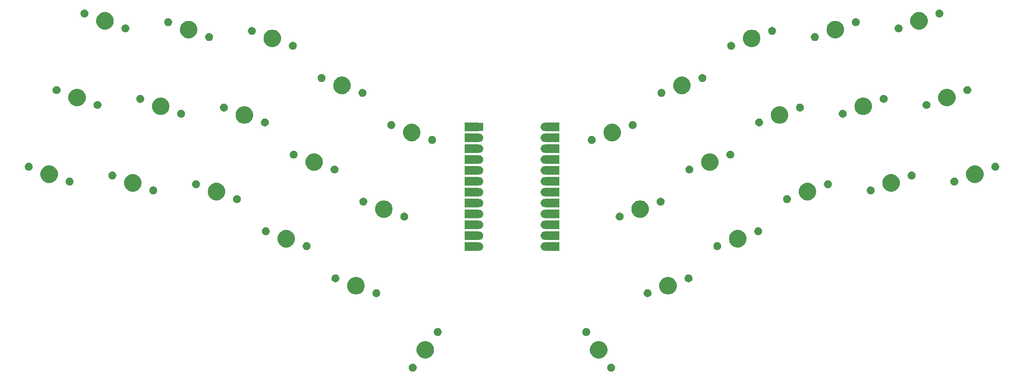
<source format=gbr>
G04 #@! TF.GenerationSoftware,KiCad,Pcbnew,(5.1.4)-1*
G04 #@! TF.CreationDate,2021-01-10T11:51:01-07:00*
G04 #@! TF.ProjectId,ONI-Kyan MKI,4f4e492d-4b79-4616-9e20-4d4b492e6b69,rev?*
G04 #@! TF.SameCoordinates,Original*
G04 #@! TF.FileFunction,Soldermask,Top*
G04 #@! TF.FilePolarity,Negative*
%FSLAX46Y46*%
G04 Gerber Fmt 4.6, Leading zero omitted, Abs format (unit mm)*
G04 Created by KiCad (PCBNEW (5.1.4)-1) date 2021-01-10 11:51:01*
%MOMM*%
%LPD*%
G04 APERTURE LIST*
%ADD10C,0.150000*%
G04 APERTURE END LIST*
D10*
G36*
X166300181Y-127096398D02*
G01*
X166468703Y-127166202D01*
X166620368Y-127267541D01*
X166749349Y-127396522D01*
X166850688Y-127548187D01*
X166920492Y-127716709D01*
X166956077Y-127895610D01*
X166956077Y-128078016D01*
X166920492Y-128256917D01*
X166850688Y-128425439D01*
X166749349Y-128577104D01*
X166620368Y-128706085D01*
X166468703Y-128807424D01*
X166300181Y-128877228D01*
X166121280Y-128912813D01*
X165938874Y-128912813D01*
X165759973Y-128877228D01*
X165591451Y-128807424D01*
X165439786Y-128706085D01*
X165310805Y-128577104D01*
X165209466Y-128425439D01*
X165139662Y-128256917D01*
X165104077Y-128078016D01*
X165104077Y-127895610D01*
X165139662Y-127716709D01*
X165209466Y-127548187D01*
X165310805Y-127396522D01*
X165439786Y-127267541D01*
X165591451Y-127166202D01*
X165759973Y-127096398D01*
X165938874Y-127060813D01*
X166121280Y-127060813D01*
X166300181Y-127096398D01*
X166300181Y-127096398D01*
G37*
G36*
X119991227Y-127096397D02*
G01*
X120159749Y-127166201D01*
X120311414Y-127267540D01*
X120440395Y-127396521D01*
X120541734Y-127548186D01*
X120611538Y-127716708D01*
X120647123Y-127895609D01*
X120647123Y-128078015D01*
X120611538Y-128256916D01*
X120541734Y-128425438D01*
X120440395Y-128577103D01*
X120311414Y-128706084D01*
X120159749Y-128807423D01*
X119991227Y-128877227D01*
X119812326Y-128912812D01*
X119629920Y-128912812D01*
X119451019Y-128877227D01*
X119282497Y-128807423D01*
X119130832Y-128706084D01*
X119001851Y-128577103D01*
X118900512Y-128425438D01*
X118830708Y-128256916D01*
X118795123Y-128078015D01*
X118795123Y-127895609D01*
X118830708Y-127716708D01*
X118900512Y-127548186D01*
X119001851Y-127396521D01*
X119130832Y-127267540D01*
X119282497Y-127166201D01*
X119451019Y-127096397D01*
X119629920Y-127060812D01*
X119812326Y-127060812D01*
X119991227Y-127096397D01*
X119991227Y-127096397D01*
G37*
G36*
X163712783Y-121859205D02*
G01*
X163930783Y-121949504D01*
X164084932Y-122013354D01*
X164419857Y-122237144D01*
X164704686Y-122521973D01*
X164928476Y-122856898D01*
X164928476Y-122856899D01*
X165082625Y-123229047D01*
X165161209Y-123624115D01*
X165161209Y-124026927D01*
X165082625Y-124421995D01*
X164992326Y-124639995D01*
X164928476Y-124794144D01*
X164704686Y-125129069D01*
X164419857Y-125413898D01*
X164084932Y-125637688D01*
X163930783Y-125701538D01*
X163712783Y-125791837D01*
X163317715Y-125870421D01*
X162914903Y-125870421D01*
X162519835Y-125791837D01*
X162301835Y-125701538D01*
X162147686Y-125637688D01*
X161812761Y-125413898D01*
X161527932Y-125129069D01*
X161304142Y-124794144D01*
X161240292Y-124639995D01*
X161149993Y-124421995D01*
X161071409Y-124026927D01*
X161071409Y-123624115D01*
X161149993Y-123229047D01*
X161304142Y-122856899D01*
X161304142Y-122856898D01*
X161527932Y-122521973D01*
X161812761Y-122237144D01*
X162147686Y-122013354D01*
X162301835Y-121949504D01*
X162519835Y-121859205D01*
X162914903Y-121780621D01*
X163317715Y-121780621D01*
X163712783Y-121859205D01*
X163712783Y-121859205D01*
G37*
G36*
X123231365Y-121859204D02*
G01*
X123449365Y-121949503D01*
X123603514Y-122013353D01*
X123938439Y-122237143D01*
X124223268Y-122521972D01*
X124447058Y-122856897D01*
X124510908Y-123011046D01*
X124601207Y-123229046D01*
X124679791Y-123624114D01*
X124679791Y-124026926D01*
X124601207Y-124421994D01*
X124601206Y-124421996D01*
X124447058Y-124794143D01*
X124223268Y-125129068D01*
X123938439Y-125413897D01*
X123603514Y-125637687D01*
X123449365Y-125701537D01*
X123231365Y-125791836D01*
X122836297Y-125870420D01*
X122433485Y-125870420D01*
X122038417Y-125791836D01*
X121820417Y-125701537D01*
X121666268Y-125637687D01*
X121331343Y-125413897D01*
X121046514Y-125129068D01*
X120822724Y-124794143D01*
X120668576Y-124421996D01*
X120668575Y-124421994D01*
X120589991Y-124026926D01*
X120589991Y-123624114D01*
X120668575Y-123229046D01*
X120758874Y-123011046D01*
X120822724Y-122856897D01*
X121046514Y-122521972D01*
X121331343Y-122237143D01*
X121666268Y-122013353D01*
X121820417Y-121949503D01*
X122038417Y-121859204D01*
X122433485Y-121780620D01*
X122836297Y-121780620D01*
X123231365Y-121859204D01*
X123231365Y-121859204D01*
G37*
G36*
X160472645Y-118773814D02*
G01*
X160641167Y-118843618D01*
X160792832Y-118944957D01*
X160921813Y-119073938D01*
X161023152Y-119225603D01*
X161092956Y-119394125D01*
X161128541Y-119573026D01*
X161128541Y-119755432D01*
X161092956Y-119934333D01*
X161023152Y-120102855D01*
X160921813Y-120254520D01*
X160792832Y-120383501D01*
X160641167Y-120484840D01*
X160472645Y-120554644D01*
X160293744Y-120590229D01*
X160111338Y-120590229D01*
X159932437Y-120554644D01*
X159763915Y-120484840D01*
X159612250Y-120383501D01*
X159483269Y-120254520D01*
X159381930Y-120102855D01*
X159312126Y-119934333D01*
X159276541Y-119755432D01*
X159276541Y-119573026D01*
X159312126Y-119394125D01*
X159381930Y-119225603D01*
X159483269Y-119073938D01*
X159612250Y-118944957D01*
X159763915Y-118843618D01*
X159932437Y-118773814D01*
X160111338Y-118738229D01*
X160293744Y-118738229D01*
X160472645Y-118773814D01*
X160472645Y-118773814D01*
G37*
G36*
X125818763Y-118773813D02*
G01*
X125987285Y-118843617D01*
X126138950Y-118944956D01*
X126267931Y-119073937D01*
X126369270Y-119225602D01*
X126439074Y-119394124D01*
X126474659Y-119573025D01*
X126474659Y-119755431D01*
X126439074Y-119934332D01*
X126369270Y-120102854D01*
X126267931Y-120254519D01*
X126138950Y-120383500D01*
X125987285Y-120484839D01*
X125818763Y-120554643D01*
X125639862Y-120590228D01*
X125457456Y-120590228D01*
X125278555Y-120554643D01*
X125110033Y-120484839D01*
X124958368Y-120383500D01*
X124829387Y-120254519D01*
X124728048Y-120102854D01*
X124658244Y-119934332D01*
X124622659Y-119755431D01*
X124622659Y-119573025D01*
X124658244Y-119394124D01*
X124728048Y-119225602D01*
X124829387Y-119073937D01*
X124958368Y-118944956D01*
X125110033Y-118843617D01*
X125278555Y-118773813D01*
X125457456Y-118738228D01*
X125639862Y-118738228D01*
X125818763Y-118773813D01*
X125818763Y-118773813D01*
G37*
G36*
X111491692Y-109707947D02*
G01*
X111660214Y-109777751D01*
X111811879Y-109879090D01*
X111940860Y-110008071D01*
X112042199Y-110159736D01*
X112112003Y-110328258D01*
X112147588Y-110507159D01*
X112147588Y-110689565D01*
X112112003Y-110868466D01*
X112042199Y-111036988D01*
X111940860Y-111188653D01*
X111811879Y-111317634D01*
X111660214Y-111418973D01*
X111491692Y-111488777D01*
X111312791Y-111524362D01*
X111130385Y-111524362D01*
X110951484Y-111488777D01*
X110782962Y-111418973D01*
X110631297Y-111317634D01*
X110502316Y-111188653D01*
X110400977Y-111036988D01*
X110331173Y-110868466D01*
X110295588Y-110689565D01*
X110295588Y-110507159D01*
X110331173Y-110328258D01*
X110400977Y-110159736D01*
X110502316Y-110008071D01*
X110631297Y-109879090D01*
X110782962Y-109777751D01*
X110951484Y-109707947D01*
X111130385Y-109672362D01*
X111312791Y-109672362D01*
X111491692Y-109707947D01*
X111491692Y-109707947D01*
G37*
G36*
X174799715Y-109707946D02*
G01*
X174968237Y-109777750D01*
X175119902Y-109879089D01*
X175248883Y-110008070D01*
X175350222Y-110159735D01*
X175420026Y-110328257D01*
X175455611Y-110507158D01*
X175455611Y-110689564D01*
X175420026Y-110868465D01*
X175350222Y-111036987D01*
X175248883Y-111188652D01*
X175119902Y-111317633D01*
X174968237Y-111418972D01*
X174799715Y-111488776D01*
X174620814Y-111524361D01*
X174438408Y-111524361D01*
X174259507Y-111488776D01*
X174090985Y-111418972D01*
X173939320Y-111317633D01*
X173810339Y-111188652D01*
X173709000Y-111036987D01*
X173639196Y-110868465D01*
X173603611Y-110689564D01*
X173603611Y-110507158D01*
X173639196Y-110328257D01*
X173709000Y-110159735D01*
X173810339Y-110008070D01*
X173939320Y-109879089D01*
X174090985Y-109777750D01*
X174259507Y-109707946D01*
X174438408Y-109672361D01*
X174620814Y-109672361D01*
X174799715Y-109707946D01*
X174799715Y-109707946D01*
G37*
G36*
X107044423Y-106894584D02*
G01*
X107262423Y-106984883D01*
X107416572Y-107048733D01*
X107751497Y-107272523D01*
X108036326Y-107557352D01*
X108260116Y-107892277D01*
X108310473Y-108013851D01*
X108414265Y-108264426D01*
X108492849Y-108659494D01*
X108492849Y-109062306D01*
X108414265Y-109457374D01*
X108325214Y-109672361D01*
X108260116Y-109829523D01*
X108036326Y-110164448D01*
X107751497Y-110449277D01*
X107416572Y-110673067D01*
X107262423Y-110736917D01*
X107044423Y-110827216D01*
X106649355Y-110905800D01*
X106246543Y-110905800D01*
X105851475Y-110827216D01*
X105633475Y-110736917D01*
X105479326Y-110673067D01*
X105144401Y-110449277D01*
X104859572Y-110164448D01*
X104635782Y-109829523D01*
X104570684Y-109672361D01*
X104481633Y-109457374D01*
X104403049Y-109062306D01*
X104403049Y-108659494D01*
X104481633Y-108264426D01*
X104585425Y-108013851D01*
X104635782Y-107892277D01*
X104859572Y-107557352D01*
X105144401Y-107272523D01*
X105479326Y-107048733D01*
X105633475Y-106984883D01*
X105851475Y-106894584D01*
X106246543Y-106816000D01*
X106649355Y-106816000D01*
X107044423Y-106894584D01*
X107044423Y-106894584D01*
G37*
G36*
X179899724Y-106894583D02*
G01*
X180117724Y-106984882D01*
X180271873Y-107048732D01*
X180606798Y-107272522D01*
X180891627Y-107557351D01*
X181115417Y-107892276D01*
X181136862Y-107944049D01*
X181269566Y-108264425D01*
X181348150Y-108659493D01*
X181348150Y-109062305D01*
X181269566Y-109457373D01*
X181269565Y-109457375D01*
X181115417Y-109829522D01*
X180891627Y-110164447D01*
X180606798Y-110449276D01*
X180271873Y-110673066D01*
X180117724Y-110736916D01*
X179899724Y-110827215D01*
X179504656Y-110905799D01*
X179101844Y-110905799D01*
X178706776Y-110827215D01*
X178488776Y-110736916D01*
X178334627Y-110673066D01*
X177999702Y-110449276D01*
X177714873Y-110164447D01*
X177491083Y-109829522D01*
X177336935Y-109457375D01*
X177336934Y-109457373D01*
X177258350Y-109062305D01*
X177258350Y-108659493D01*
X177336934Y-108264425D01*
X177469638Y-107944049D01*
X177491083Y-107892276D01*
X177714873Y-107557351D01*
X177999702Y-107272522D01*
X178334627Y-107048732D01*
X178488776Y-106984882D01*
X178706776Y-106894583D01*
X179101844Y-106815999D01*
X179504656Y-106815999D01*
X179899724Y-106894583D01*
X179899724Y-106894583D01*
G37*
G36*
X101944414Y-106233023D02*
G01*
X102112936Y-106302827D01*
X102264601Y-106404166D01*
X102393582Y-106533147D01*
X102494921Y-106684812D01*
X102564725Y-106853334D01*
X102600310Y-107032235D01*
X102600310Y-107214641D01*
X102564725Y-107393542D01*
X102494921Y-107562064D01*
X102393582Y-107713729D01*
X102264601Y-107842710D01*
X102112936Y-107944049D01*
X101944414Y-108013853D01*
X101765513Y-108049438D01*
X101583107Y-108049438D01*
X101404206Y-108013853D01*
X101235684Y-107944049D01*
X101084019Y-107842710D01*
X100955038Y-107713729D01*
X100853699Y-107562064D01*
X100783895Y-107393542D01*
X100748310Y-107214641D01*
X100748310Y-107032235D01*
X100783895Y-106853334D01*
X100853699Y-106684812D01*
X100955038Y-106533147D01*
X101084019Y-106404166D01*
X101235684Y-106302827D01*
X101404206Y-106233023D01*
X101583107Y-106197438D01*
X101765513Y-106197438D01*
X101944414Y-106233023D01*
X101944414Y-106233023D01*
G37*
G36*
X184346993Y-106233022D02*
G01*
X184515515Y-106302826D01*
X184667180Y-106404165D01*
X184796161Y-106533146D01*
X184897500Y-106684811D01*
X184967304Y-106853333D01*
X185002889Y-107032234D01*
X185002889Y-107214640D01*
X184967304Y-107393541D01*
X184897500Y-107562063D01*
X184796161Y-107713728D01*
X184667180Y-107842709D01*
X184515515Y-107944048D01*
X184346993Y-108013852D01*
X184168092Y-108049437D01*
X183985686Y-108049437D01*
X183806785Y-108013852D01*
X183638263Y-107944048D01*
X183486598Y-107842709D01*
X183357617Y-107713728D01*
X183256278Y-107562063D01*
X183186474Y-107393541D01*
X183150889Y-107214640D01*
X183150889Y-107032234D01*
X183186474Y-106853333D01*
X183256278Y-106684811D01*
X183357617Y-106533146D01*
X183486598Y-106404165D01*
X183638263Y-106302826D01*
X183806785Y-106233022D01*
X183985686Y-106197437D01*
X184168092Y-106197437D01*
X184346993Y-106233022D01*
X184346993Y-106233022D01*
G37*
G36*
X135156002Y-98667449D02*
G01*
X135163115Y-98690898D01*
X135174666Y-98712509D01*
X135190211Y-98731451D01*
X135209153Y-98746996D01*
X135230764Y-98758547D01*
X135254213Y-98765660D01*
X135278599Y-98768062D01*
X135346932Y-98768062D01*
X135526083Y-98803697D01*
X135694840Y-98873598D01*
X135846718Y-98975080D01*
X135975882Y-99104244D01*
X136077364Y-99256122D01*
X136147265Y-99424879D01*
X136182900Y-99604030D01*
X136182900Y-99786694D01*
X136147265Y-99965845D01*
X136077364Y-100134602D01*
X135975882Y-100286480D01*
X135846718Y-100415644D01*
X135694840Y-100517126D01*
X135526083Y-100587027D01*
X135346932Y-100622662D01*
X135278599Y-100622662D01*
X135254213Y-100625064D01*
X135230764Y-100632177D01*
X135209153Y-100643728D01*
X135190211Y-100659273D01*
X135174666Y-100678215D01*
X135163115Y-100699826D01*
X135156002Y-100723275D01*
X135153728Y-100746362D01*
X131801600Y-100746362D01*
X131801600Y-98644362D01*
X135153728Y-98644362D01*
X135156002Y-98667449D01*
X135156002Y-98667449D01*
G37*
G36*
X153949600Y-100746362D02*
G01*
X150597472Y-100746362D01*
X150595198Y-100723275D01*
X150588085Y-100699826D01*
X150576534Y-100678215D01*
X150560989Y-100659273D01*
X150542047Y-100643728D01*
X150520436Y-100632177D01*
X150496987Y-100625064D01*
X150472601Y-100622662D01*
X150404268Y-100622662D01*
X150225117Y-100587027D01*
X150056360Y-100517126D01*
X149904482Y-100415644D01*
X149775318Y-100286480D01*
X149673836Y-100134602D01*
X149603935Y-99965845D01*
X149568300Y-99786694D01*
X149568300Y-99604030D01*
X149603935Y-99424879D01*
X149673836Y-99256122D01*
X149775318Y-99104244D01*
X149904482Y-98975080D01*
X150056360Y-98873598D01*
X150225117Y-98803697D01*
X150404268Y-98768062D01*
X150472601Y-98768062D01*
X150496987Y-98765660D01*
X150520436Y-98758547D01*
X150542047Y-98746996D01*
X150560989Y-98731451D01*
X150576534Y-98712509D01*
X150588085Y-98690898D01*
X150595198Y-98667449D01*
X150597472Y-98644362D01*
X153949600Y-98644362D01*
X153949600Y-100746362D01*
X153949600Y-100746362D01*
G37*
G36*
X95219353Y-98717131D02*
G01*
X95387875Y-98786935D01*
X95539540Y-98888274D01*
X95668521Y-99017255D01*
X95769860Y-99168920D01*
X95839664Y-99337442D01*
X95875249Y-99516343D01*
X95875249Y-99698749D01*
X95839664Y-99877650D01*
X95769860Y-100046172D01*
X95668521Y-100197837D01*
X95539540Y-100326818D01*
X95387875Y-100428157D01*
X95219353Y-100497961D01*
X95040452Y-100533546D01*
X94858046Y-100533546D01*
X94679145Y-100497961D01*
X94510623Y-100428157D01*
X94358958Y-100326818D01*
X94229977Y-100197837D01*
X94128638Y-100046172D01*
X94058834Y-99877650D01*
X94023249Y-99698749D01*
X94023249Y-99516343D01*
X94058834Y-99337442D01*
X94128638Y-99168920D01*
X94229977Y-99017255D01*
X94358958Y-98888274D01*
X94510623Y-98786935D01*
X94679145Y-98717131D01*
X94858046Y-98681546D01*
X95040452Y-98681546D01*
X95219353Y-98717131D01*
X95219353Y-98717131D01*
G37*
G36*
X191072056Y-98717129D02*
G01*
X191240578Y-98786933D01*
X191392243Y-98888272D01*
X191521224Y-99017253D01*
X191622563Y-99168918D01*
X191692367Y-99337440D01*
X191727952Y-99516341D01*
X191727952Y-99698747D01*
X191692367Y-99877648D01*
X191622563Y-100046170D01*
X191521224Y-100197835D01*
X191392243Y-100326816D01*
X191240578Y-100428155D01*
X191072056Y-100497959D01*
X190893155Y-100533544D01*
X190710749Y-100533544D01*
X190531848Y-100497959D01*
X190363326Y-100428155D01*
X190211661Y-100326816D01*
X190082680Y-100197835D01*
X189981341Y-100046170D01*
X189911537Y-99877648D01*
X189875952Y-99698747D01*
X189875952Y-99516341D01*
X189911537Y-99337440D01*
X189981341Y-99168918D01*
X190082680Y-99017253D01*
X190211661Y-98888272D01*
X190363326Y-98786933D01*
X190531848Y-98717129D01*
X190710749Y-98681544D01*
X190893155Y-98681544D01*
X191072056Y-98717129D01*
X191072056Y-98717129D01*
G37*
G36*
X90772084Y-95903768D02*
G01*
X90990084Y-95994067D01*
X91144233Y-96057917D01*
X91479158Y-96281707D01*
X91763987Y-96566536D01*
X91987777Y-96901461D01*
X92038134Y-97023034D01*
X92141926Y-97273610D01*
X92220510Y-97668678D01*
X92220510Y-98071490D01*
X92141926Y-98466558D01*
X92068277Y-98644362D01*
X91987777Y-98838707D01*
X91763987Y-99173632D01*
X91479158Y-99458461D01*
X91144233Y-99682251D01*
X90990084Y-99746101D01*
X90772084Y-99836400D01*
X90377016Y-99914984D01*
X89974204Y-99914984D01*
X89579136Y-99836400D01*
X89361136Y-99746101D01*
X89206987Y-99682251D01*
X88872062Y-99458461D01*
X88587233Y-99173632D01*
X88363443Y-98838707D01*
X88282943Y-98644362D01*
X88209294Y-98466558D01*
X88130710Y-98071490D01*
X88130710Y-97668678D01*
X88209294Y-97273610D01*
X88313086Y-97023034D01*
X88363443Y-96901461D01*
X88587233Y-96566536D01*
X88872062Y-96281707D01*
X89206987Y-96057917D01*
X89361136Y-95994067D01*
X89579136Y-95903768D01*
X89974204Y-95825184D01*
X90377016Y-95825184D01*
X90772084Y-95903768D01*
X90772084Y-95903768D01*
G37*
G36*
X196172065Y-95903766D02*
G01*
X196390065Y-95994065D01*
X196544214Y-96057915D01*
X196879139Y-96281705D01*
X197163968Y-96566534D01*
X197387758Y-96901459D01*
X197409203Y-96953233D01*
X197541907Y-97273608D01*
X197620491Y-97668676D01*
X197620491Y-98071488D01*
X197541907Y-98466556D01*
X197468257Y-98644362D01*
X197387758Y-98838705D01*
X197163968Y-99173630D01*
X196879139Y-99458459D01*
X196544214Y-99682249D01*
X196504379Y-99698749D01*
X196172065Y-99836398D01*
X195776997Y-99914982D01*
X195374185Y-99914982D01*
X194979117Y-99836398D01*
X194646803Y-99698749D01*
X194606968Y-99682249D01*
X194272043Y-99458459D01*
X193987214Y-99173630D01*
X193763424Y-98838705D01*
X193682925Y-98644362D01*
X193609275Y-98466556D01*
X193530691Y-98071488D01*
X193530691Y-97668676D01*
X193609275Y-97273608D01*
X193741979Y-96953233D01*
X193763424Y-96901459D01*
X193987214Y-96566534D01*
X194272043Y-96281705D01*
X194606968Y-96057915D01*
X194761117Y-95994065D01*
X194979117Y-95903766D01*
X195374185Y-95825182D01*
X195776997Y-95825182D01*
X196172065Y-95903766D01*
X196172065Y-95903766D01*
G37*
G36*
X153949600Y-98206362D02*
G01*
X150597472Y-98206362D01*
X150595198Y-98183275D01*
X150588085Y-98159826D01*
X150576534Y-98138215D01*
X150560989Y-98119273D01*
X150542047Y-98103728D01*
X150520436Y-98092177D01*
X150496987Y-98085064D01*
X150472601Y-98082662D01*
X150404268Y-98082662D01*
X150225117Y-98047027D01*
X150056360Y-97977126D01*
X149904482Y-97875644D01*
X149775318Y-97746480D01*
X149673836Y-97594602D01*
X149603935Y-97425845D01*
X149568300Y-97246694D01*
X149568300Y-97064030D01*
X149603935Y-96884879D01*
X149673836Y-96716122D01*
X149775318Y-96564244D01*
X149904482Y-96435080D01*
X150056360Y-96333598D01*
X150225117Y-96263697D01*
X150404268Y-96228062D01*
X150472601Y-96228062D01*
X150496987Y-96225660D01*
X150520436Y-96218547D01*
X150542047Y-96206996D01*
X150560989Y-96191451D01*
X150576534Y-96172509D01*
X150588085Y-96150898D01*
X150595198Y-96127449D01*
X150597472Y-96104362D01*
X153949600Y-96104362D01*
X153949600Y-98206362D01*
X153949600Y-98206362D01*
G37*
G36*
X135156002Y-96127449D02*
G01*
X135163115Y-96150898D01*
X135174666Y-96172509D01*
X135190211Y-96191451D01*
X135209153Y-96206996D01*
X135230764Y-96218547D01*
X135254213Y-96225660D01*
X135278599Y-96228062D01*
X135346932Y-96228062D01*
X135526083Y-96263697D01*
X135694840Y-96333598D01*
X135846718Y-96435080D01*
X135975882Y-96564244D01*
X136077364Y-96716122D01*
X136147265Y-96884879D01*
X136182900Y-97064030D01*
X136182900Y-97246694D01*
X136147265Y-97425845D01*
X136077364Y-97594602D01*
X135975882Y-97746480D01*
X135846718Y-97875644D01*
X135694840Y-97977126D01*
X135526083Y-98047027D01*
X135346932Y-98082662D01*
X135278599Y-98082662D01*
X135254213Y-98085064D01*
X135230764Y-98092177D01*
X135209153Y-98103728D01*
X135190211Y-98119273D01*
X135174666Y-98138215D01*
X135163115Y-98159826D01*
X135156002Y-98183275D01*
X135153728Y-98206362D01*
X131801600Y-98206362D01*
X131801600Y-96104362D01*
X135153728Y-96104362D01*
X135156002Y-96127449D01*
X135156002Y-96127449D01*
G37*
G36*
X85672075Y-95242207D02*
G01*
X85840597Y-95312011D01*
X85992262Y-95413350D01*
X86121243Y-95542331D01*
X86222582Y-95693996D01*
X86292386Y-95862518D01*
X86327971Y-96041419D01*
X86327971Y-96223825D01*
X86292386Y-96402726D01*
X86222582Y-96571248D01*
X86121243Y-96722913D01*
X85992262Y-96851894D01*
X85840597Y-96953233D01*
X85672075Y-97023037D01*
X85493174Y-97058622D01*
X85310768Y-97058622D01*
X85131867Y-97023037D01*
X84963345Y-96953233D01*
X84811680Y-96851894D01*
X84682699Y-96722913D01*
X84581360Y-96571248D01*
X84511556Y-96402726D01*
X84475971Y-96223825D01*
X84475971Y-96041419D01*
X84511556Y-95862518D01*
X84581360Y-95693996D01*
X84682699Y-95542331D01*
X84811680Y-95413350D01*
X84963345Y-95312011D01*
X85131867Y-95242207D01*
X85310768Y-95206622D01*
X85493174Y-95206622D01*
X85672075Y-95242207D01*
X85672075Y-95242207D01*
G37*
G36*
X200619334Y-95242205D02*
G01*
X200787856Y-95312009D01*
X200939521Y-95413348D01*
X201068502Y-95542329D01*
X201169841Y-95693994D01*
X201239645Y-95862516D01*
X201275230Y-96041417D01*
X201275230Y-96223823D01*
X201239645Y-96402724D01*
X201169841Y-96571246D01*
X201068502Y-96722911D01*
X200939521Y-96851892D01*
X200787856Y-96953231D01*
X200619334Y-97023035D01*
X200440433Y-97058620D01*
X200258027Y-97058620D01*
X200079126Y-97023035D01*
X199910604Y-96953231D01*
X199758939Y-96851892D01*
X199629958Y-96722911D01*
X199528619Y-96571246D01*
X199458815Y-96402724D01*
X199423230Y-96223823D01*
X199423230Y-96041417D01*
X199458815Y-95862516D01*
X199528619Y-95693994D01*
X199629958Y-95542329D01*
X199758939Y-95413348D01*
X199910604Y-95312009D01*
X200079126Y-95242205D01*
X200258027Y-95206620D01*
X200440433Y-95206620D01*
X200619334Y-95242205D01*
X200619334Y-95242205D01*
G37*
G36*
X153949600Y-95666362D02*
G01*
X150597472Y-95666362D01*
X150595198Y-95643275D01*
X150588085Y-95619826D01*
X150576534Y-95598215D01*
X150560989Y-95579273D01*
X150542047Y-95563728D01*
X150520436Y-95552177D01*
X150496987Y-95545064D01*
X150472601Y-95542662D01*
X150404268Y-95542662D01*
X150225117Y-95507027D01*
X150056360Y-95437126D01*
X149904482Y-95335644D01*
X149775318Y-95206480D01*
X149673836Y-95054602D01*
X149603935Y-94885845D01*
X149568300Y-94706694D01*
X149568300Y-94524030D01*
X149603935Y-94344879D01*
X149673836Y-94176122D01*
X149775318Y-94024244D01*
X149904482Y-93895080D01*
X150056360Y-93793598D01*
X150225117Y-93723697D01*
X150404268Y-93688062D01*
X150472601Y-93688062D01*
X150496987Y-93685660D01*
X150520436Y-93678547D01*
X150542047Y-93666996D01*
X150560989Y-93651451D01*
X150576534Y-93632509D01*
X150588085Y-93610898D01*
X150595198Y-93587449D01*
X150597472Y-93564362D01*
X153949600Y-93564362D01*
X153949600Y-95666362D01*
X153949600Y-95666362D01*
G37*
G36*
X135156002Y-93587449D02*
G01*
X135163115Y-93610898D01*
X135174666Y-93632509D01*
X135190211Y-93651451D01*
X135209153Y-93666996D01*
X135230764Y-93678547D01*
X135254213Y-93685660D01*
X135278599Y-93688062D01*
X135346932Y-93688062D01*
X135526083Y-93723697D01*
X135694840Y-93793598D01*
X135846718Y-93895080D01*
X135975882Y-94024244D01*
X136077364Y-94176122D01*
X136147265Y-94344879D01*
X136182900Y-94524030D01*
X136182900Y-94706694D01*
X136147265Y-94885845D01*
X136077364Y-95054602D01*
X135975882Y-95206480D01*
X135846718Y-95335644D01*
X135694840Y-95437126D01*
X135526083Y-95507027D01*
X135346932Y-95542662D01*
X135278599Y-95542662D01*
X135254213Y-95545064D01*
X135230764Y-95552177D01*
X135209153Y-95563728D01*
X135190211Y-95579273D01*
X135174666Y-95598215D01*
X135163115Y-95619826D01*
X135156002Y-95643275D01*
X135153728Y-95666362D01*
X131801600Y-95666362D01*
X131801600Y-93564362D01*
X135153728Y-93564362D01*
X135156002Y-93587449D01*
X135156002Y-93587449D01*
G37*
G36*
X118007206Y-91806728D02*
G01*
X118175728Y-91876532D01*
X118327393Y-91977871D01*
X118456374Y-92106852D01*
X118557713Y-92258517D01*
X118627517Y-92427039D01*
X118663102Y-92605940D01*
X118663102Y-92788346D01*
X118627517Y-92967247D01*
X118557713Y-93135769D01*
X118456374Y-93287434D01*
X118327393Y-93416415D01*
X118175728Y-93517754D01*
X118007206Y-93587558D01*
X117828305Y-93623143D01*
X117645899Y-93623143D01*
X117466998Y-93587558D01*
X117298476Y-93517754D01*
X117146811Y-93416415D01*
X117017830Y-93287434D01*
X116916491Y-93135769D01*
X116846687Y-92967247D01*
X116811102Y-92788346D01*
X116811102Y-92605940D01*
X116846687Y-92427039D01*
X116916491Y-92258517D01*
X117017830Y-92106852D01*
X117146811Y-91977871D01*
X117298476Y-91876532D01*
X117466998Y-91806728D01*
X117645899Y-91771143D01*
X117828305Y-91771143D01*
X118007206Y-91806728D01*
X118007206Y-91806728D01*
G37*
G36*
X168284202Y-91806726D02*
G01*
X168452724Y-91876530D01*
X168604389Y-91977869D01*
X168733370Y-92106850D01*
X168834709Y-92258515D01*
X168904513Y-92427037D01*
X168940098Y-92605938D01*
X168940098Y-92788344D01*
X168904513Y-92967245D01*
X168834709Y-93135767D01*
X168733370Y-93287432D01*
X168604389Y-93416413D01*
X168452724Y-93517752D01*
X168284202Y-93587556D01*
X168105301Y-93623141D01*
X167922895Y-93623141D01*
X167743994Y-93587556D01*
X167575472Y-93517752D01*
X167423807Y-93416413D01*
X167294826Y-93287432D01*
X167193487Y-93135767D01*
X167123683Y-92967245D01*
X167088098Y-92788344D01*
X167088098Y-92605938D01*
X167123683Y-92427037D01*
X167193487Y-92258515D01*
X167294826Y-92106850D01*
X167423807Y-91977869D01*
X167575472Y-91876530D01*
X167743994Y-91806726D01*
X167922895Y-91771141D01*
X168105301Y-91771141D01*
X168284202Y-91806726D01*
X168284202Y-91806726D01*
G37*
G36*
X153949600Y-93126362D02*
G01*
X150597472Y-93126362D01*
X150595198Y-93103275D01*
X150588085Y-93079826D01*
X150576534Y-93058215D01*
X150560989Y-93039273D01*
X150542047Y-93023728D01*
X150520436Y-93012177D01*
X150496987Y-93005064D01*
X150472601Y-93002662D01*
X150404268Y-93002662D01*
X150225117Y-92967027D01*
X150056360Y-92897126D01*
X149904482Y-92795644D01*
X149775318Y-92666480D01*
X149673836Y-92514602D01*
X149603935Y-92345845D01*
X149568300Y-92166694D01*
X149568300Y-91984030D01*
X149603935Y-91804879D01*
X149673836Y-91636122D01*
X149775318Y-91484244D01*
X149904482Y-91355080D01*
X150056360Y-91253598D01*
X150225117Y-91183697D01*
X150404268Y-91148062D01*
X150472601Y-91148062D01*
X150496987Y-91145660D01*
X150520436Y-91138547D01*
X150542047Y-91126996D01*
X150560989Y-91111451D01*
X150576534Y-91092509D01*
X150588085Y-91070898D01*
X150595198Y-91047449D01*
X150597472Y-91024362D01*
X153949600Y-91024362D01*
X153949600Y-93126362D01*
X153949600Y-93126362D01*
G37*
G36*
X135156002Y-91047449D02*
G01*
X135163115Y-91070898D01*
X135174666Y-91092509D01*
X135190211Y-91111451D01*
X135209153Y-91126996D01*
X135230764Y-91138547D01*
X135254213Y-91145660D01*
X135278599Y-91148062D01*
X135346932Y-91148062D01*
X135526083Y-91183697D01*
X135694840Y-91253598D01*
X135846718Y-91355080D01*
X135975882Y-91484244D01*
X136077364Y-91636122D01*
X136147265Y-91804879D01*
X136182900Y-91984030D01*
X136182900Y-92166694D01*
X136147265Y-92345845D01*
X136077364Y-92514602D01*
X135975882Y-92666480D01*
X135846718Y-92795644D01*
X135694840Y-92897126D01*
X135526083Y-92967027D01*
X135346932Y-93002662D01*
X135278599Y-93002662D01*
X135254213Y-93005064D01*
X135230764Y-93012177D01*
X135209153Y-93023728D01*
X135190211Y-93039273D01*
X135174666Y-93058215D01*
X135163115Y-93079826D01*
X135156002Y-93103275D01*
X135153728Y-93126362D01*
X131801600Y-93126362D01*
X131801600Y-91024362D01*
X135153728Y-91024362D01*
X135156002Y-91047449D01*
X135156002Y-91047449D01*
G37*
G36*
X113559937Y-88993365D02*
G01*
X113709596Y-89055356D01*
X113932086Y-89147514D01*
X114267011Y-89371304D01*
X114551840Y-89656133D01*
X114775630Y-89991058D01*
X114825987Y-90112631D01*
X114929779Y-90363207D01*
X115008363Y-90758275D01*
X115008363Y-91161087D01*
X114929779Y-91556155D01*
X114840729Y-91771141D01*
X114775630Y-91928304D01*
X114551840Y-92263229D01*
X114267011Y-92548058D01*
X113932086Y-92771848D01*
X113777937Y-92835698D01*
X113559937Y-92925997D01*
X113164869Y-93004581D01*
X112762057Y-93004581D01*
X112366989Y-92925997D01*
X112148989Y-92835698D01*
X111994840Y-92771848D01*
X111659915Y-92548058D01*
X111375086Y-92263229D01*
X111151296Y-91928304D01*
X111086197Y-91771141D01*
X110997147Y-91556155D01*
X110918563Y-91161087D01*
X110918563Y-90758275D01*
X110997147Y-90363207D01*
X111100939Y-90112631D01*
X111151296Y-89991058D01*
X111375086Y-89656133D01*
X111659915Y-89371304D01*
X111994840Y-89147514D01*
X112217330Y-89055356D01*
X112366989Y-88993365D01*
X112762057Y-88914781D01*
X113164869Y-88914781D01*
X113559937Y-88993365D01*
X113559937Y-88993365D01*
G37*
G36*
X173384211Y-88993363D02*
G01*
X173533875Y-89055356D01*
X173756360Y-89147512D01*
X174091285Y-89371302D01*
X174376114Y-89656131D01*
X174599904Y-89991056D01*
X174621349Y-90042830D01*
X174754053Y-90363205D01*
X174832637Y-90758273D01*
X174832637Y-91161085D01*
X174754053Y-91556153D01*
X174665002Y-91771141D01*
X174599904Y-91928302D01*
X174376114Y-92263227D01*
X174091285Y-92548056D01*
X173756360Y-92771846D01*
X173698906Y-92795644D01*
X173384211Y-92925995D01*
X172989143Y-93004579D01*
X172586331Y-93004579D01*
X172191263Y-92925995D01*
X171876568Y-92795644D01*
X171819114Y-92771846D01*
X171484189Y-92548056D01*
X171199360Y-92263227D01*
X170975570Y-91928302D01*
X170910472Y-91771141D01*
X170821421Y-91556153D01*
X170742837Y-91161085D01*
X170742837Y-90758273D01*
X170821421Y-90363205D01*
X170954125Y-90042830D01*
X170975570Y-89991056D01*
X171199360Y-89656131D01*
X171484189Y-89371302D01*
X171819114Y-89147512D01*
X172041599Y-89055356D01*
X172191263Y-88993363D01*
X172586331Y-88914779D01*
X172989143Y-88914779D01*
X173384211Y-88993363D01*
X173384211Y-88993363D01*
G37*
G36*
X135156002Y-88507449D02*
G01*
X135163115Y-88530898D01*
X135174666Y-88552509D01*
X135190211Y-88571451D01*
X135209153Y-88586996D01*
X135230764Y-88598547D01*
X135254213Y-88605660D01*
X135278599Y-88608062D01*
X135346932Y-88608062D01*
X135526083Y-88643697D01*
X135694840Y-88713598D01*
X135846718Y-88815080D01*
X135975882Y-88944244D01*
X136077364Y-89096122D01*
X136147265Y-89264879D01*
X136182900Y-89444030D01*
X136182900Y-89626694D01*
X136147265Y-89805845D01*
X136077364Y-89974602D01*
X135975882Y-90126480D01*
X135846718Y-90255644D01*
X135694840Y-90357126D01*
X135526083Y-90427027D01*
X135346932Y-90462662D01*
X135278599Y-90462662D01*
X135254213Y-90465064D01*
X135230764Y-90472177D01*
X135209153Y-90483728D01*
X135190211Y-90499273D01*
X135174666Y-90518215D01*
X135163115Y-90539826D01*
X135156002Y-90563275D01*
X135153728Y-90586362D01*
X131801600Y-90586362D01*
X131801600Y-88484362D01*
X135153728Y-88484362D01*
X135156002Y-88507449D01*
X135156002Y-88507449D01*
G37*
G36*
X153949600Y-90586362D02*
G01*
X150597472Y-90586362D01*
X150595198Y-90563275D01*
X150588085Y-90539826D01*
X150576534Y-90518215D01*
X150560989Y-90499273D01*
X150542047Y-90483728D01*
X150520436Y-90472177D01*
X150496987Y-90465064D01*
X150472601Y-90462662D01*
X150404268Y-90462662D01*
X150225117Y-90427027D01*
X150056360Y-90357126D01*
X149904482Y-90255644D01*
X149775318Y-90126480D01*
X149673836Y-89974602D01*
X149603935Y-89805845D01*
X149568300Y-89626694D01*
X149568300Y-89444030D01*
X149603935Y-89264879D01*
X149673836Y-89096122D01*
X149775318Y-88944244D01*
X149904482Y-88815080D01*
X150056360Y-88713598D01*
X150225117Y-88643697D01*
X150404268Y-88608062D01*
X150472601Y-88608062D01*
X150496987Y-88605660D01*
X150520436Y-88598547D01*
X150542047Y-88586996D01*
X150560989Y-88571451D01*
X150576534Y-88552509D01*
X150588085Y-88530898D01*
X150595198Y-88507449D01*
X150597472Y-88484362D01*
X153949600Y-88484362D01*
X153949600Y-90586362D01*
X153949600Y-90586362D01*
G37*
G36*
X108459928Y-88331804D02*
G01*
X108628450Y-88401608D01*
X108780115Y-88502947D01*
X108909096Y-88631928D01*
X109010435Y-88783593D01*
X109080239Y-88952115D01*
X109115824Y-89131016D01*
X109115824Y-89313422D01*
X109080239Y-89492323D01*
X109010435Y-89660845D01*
X108909096Y-89812510D01*
X108780115Y-89941491D01*
X108628450Y-90042830D01*
X108459928Y-90112634D01*
X108281027Y-90148219D01*
X108098621Y-90148219D01*
X107919720Y-90112634D01*
X107751198Y-90042830D01*
X107599533Y-89941491D01*
X107470552Y-89812510D01*
X107369213Y-89660845D01*
X107299409Y-89492323D01*
X107263824Y-89313422D01*
X107263824Y-89131016D01*
X107299409Y-88952115D01*
X107369213Y-88783593D01*
X107470552Y-88631928D01*
X107599533Y-88502947D01*
X107751198Y-88401608D01*
X107919720Y-88331804D01*
X108098621Y-88296219D01*
X108281027Y-88296219D01*
X108459928Y-88331804D01*
X108459928Y-88331804D01*
G37*
G36*
X177831480Y-88331802D02*
G01*
X178000002Y-88401606D01*
X178151667Y-88502945D01*
X178280648Y-88631926D01*
X178381987Y-88783591D01*
X178451791Y-88952113D01*
X178487376Y-89131014D01*
X178487376Y-89313420D01*
X178451791Y-89492321D01*
X178381987Y-89660843D01*
X178280648Y-89812508D01*
X178151667Y-89941489D01*
X178000002Y-90042828D01*
X177831480Y-90112632D01*
X177652579Y-90148217D01*
X177470173Y-90148217D01*
X177291272Y-90112632D01*
X177122750Y-90042828D01*
X176971085Y-89941489D01*
X176842104Y-89812508D01*
X176740765Y-89660843D01*
X176670961Y-89492321D01*
X176635376Y-89313420D01*
X176635376Y-89131014D01*
X176670961Y-88952113D01*
X176740765Y-88783591D01*
X176842104Y-88631926D01*
X176971085Y-88502945D01*
X177122750Y-88401606D01*
X177291272Y-88331802D01*
X177470173Y-88296217D01*
X177652579Y-88296217D01*
X177831480Y-88331802D01*
X177831480Y-88331802D01*
G37*
G36*
X207344400Y-87726315D02*
G01*
X207512922Y-87796119D01*
X207664587Y-87897458D01*
X207793568Y-88026439D01*
X207894907Y-88178104D01*
X207964711Y-88346626D01*
X208000296Y-88525527D01*
X208000296Y-88707933D01*
X207964711Y-88886834D01*
X207894907Y-89055356D01*
X207793568Y-89207021D01*
X207664587Y-89336002D01*
X207512922Y-89437341D01*
X207344400Y-89507145D01*
X207165499Y-89542730D01*
X206983093Y-89542730D01*
X206804192Y-89507145D01*
X206635670Y-89437341D01*
X206484005Y-89336002D01*
X206355024Y-89207021D01*
X206253685Y-89055356D01*
X206183881Y-88886834D01*
X206148296Y-88707933D01*
X206148296Y-88525527D01*
X206183881Y-88346626D01*
X206253685Y-88178104D01*
X206355024Y-88026439D01*
X206484005Y-87897458D01*
X206635670Y-87796119D01*
X206804192Y-87726315D01*
X206983093Y-87690730D01*
X207165499Y-87690730D01*
X207344400Y-87726315D01*
X207344400Y-87726315D01*
G37*
G36*
X78947009Y-87726313D02*
G01*
X79115531Y-87796117D01*
X79267196Y-87897456D01*
X79396177Y-88026437D01*
X79497516Y-88178102D01*
X79567320Y-88346624D01*
X79602905Y-88525525D01*
X79602905Y-88707931D01*
X79567320Y-88886832D01*
X79497516Y-89055354D01*
X79396177Y-89207019D01*
X79267196Y-89336000D01*
X79115531Y-89437339D01*
X78947009Y-89507143D01*
X78768108Y-89542728D01*
X78585702Y-89542728D01*
X78406801Y-89507143D01*
X78238279Y-89437339D01*
X78086614Y-89336000D01*
X77957633Y-89207019D01*
X77856294Y-89055354D01*
X77786490Y-88886832D01*
X77750905Y-88707931D01*
X77750905Y-88525525D01*
X77786490Y-88346624D01*
X77856294Y-88178102D01*
X77957633Y-88026437D01*
X78086614Y-87897456D01*
X78238279Y-87796117D01*
X78406801Y-87726313D01*
X78585702Y-87690728D01*
X78768108Y-87690728D01*
X78947009Y-87726313D01*
X78947009Y-87726313D01*
G37*
G36*
X212444409Y-84912952D02*
G01*
X212594068Y-84974943D01*
X212816558Y-85067101D01*
X213151483Y-85290891D01*
X213436312Y-85575720D01*
X213660102Y-85910645D01*
X213683631Y-85967449D01*
X213814251Y-86282794D01*
X213892835Y-86677862D01*
X213892835Y-87080674D01*
X213814251Y-87475742D01*
X213768381Y-87586481D01*
X213660102Y-87847891D01*
X213436312Y-88182816D01*
X213151483Y-88467645D01*
X212816558Y-88691435D01*
X212662409Y-88755285D01*
X212444409Y-88845584D01*
X212049341Y-88924168D01*
X211646529Y-88924168D01*
X211251461Y-88845584D01*
X211033461Y-88755285D01*
X210879312Y-88691435D01*
X210544387Y-88467645D01*
X210259558Y-88182816D01*
X210035768Y-87847891D01*
X209927489Y-87586481D01*
X209881619Y-87475742D01*
X209803035Y-87080674D01*
X209803035Y-86677862D01*
X209881619Y-86282794D01*
X210012239Y-85967449D01*
X210035768Y-85910645D01*
X210259558Y-85575720D01*
X210544387Y-85290891D01*
X210879312Y-85067101D01*
X211101802Y-84974943D01*
X211251461Y-84912952D01*
X211646529Y-84834368D01*
X212049341Y-84834368D01*
X212444409Y-84912952D01*
X212444409Y-84912952D01*
G37*
G36*
X74499740Y-84912950D02*
G01*
X74649404Y-84974943D01*
X74871889Y-85067099D01*
X75206814Y-85290889D01*
X75491643Y-85575718D01*
X75715433Y-85910643D01*
X75757627Y-86012509D01*
X75869582Y-86282792D01*
X75948166Y-86677860D01*
X75948166Y-87080672D01*
X75869582Y-87475740D01*
X75780531Y-87690728D01*
X75715433Y-87847889D01*
X75491643Y-88182814D01*
X75206814Y-88467643D01*
X74871889Y-88691433D01*
X74818375Y-88713599D01*
X74499740Y-88845582D01*
X74104672Y-88924166D01*
X73701860Y-88924166D01*
X73306792Y-88845582D01*
X72988157Y-88713599D01*
X72934643Y-88691433D01*
X72599718Y-88467643D01*
X72314889Y-88182814D01*
X72091099Y-87847889D01*
X72026001Y-87690728D01*
X71936950Y-87475740D01*
X71858366Y-87080672D01*
X71858366Y-86677860D01*
X71936950Y-86282792D01*
X72048905Y-86012509D01*
X72091099Y-85910643D01*
X72314889Y-85575718D01*
X72599718Y-85290889D01*
X72934643Y-85067099D01*
X73157128Y-84974943D01*
X73306792Y-84912950D01*
X73701860Y-84834366D01*
X74104672Y-84834366D01*
X74499740Y-84912950D01*
X74499740Y-84912950D01*
G37*
G36*
X153949600Y-88046362D02*
G01*
X150597472Y-88046362D01*
X150595198Y-88023275D01*
X150588085Y-87999826D01*
X150576534Y-87978215D01*
X150560989Y-87959273D01*
X150542047Y-87943728D01*
X150520436Y-87932177D01*
X150496987Y-87925064D01*
X150472601Y-87922662D01*
X150404268Y-87922662D01*
X150225117Y-87887027D01*
X150056360Y-87817126D01*
X149904482Y-87715644D01*
X149775318Y-87586480D01*
X149673836Y-87434602D01*
X149603935Y-87265845D01*
X149568300Y-87086694D01*
X149568300Y-86904030D01*
X149603935Y-86724879D01*
X149673836Y-86556122D01*
X149775318Y-86404244D01*
X149904482Y-86275080D01*
X150056360Y-86173598D01*
X150225117Y-86103697D01*
X150404268Y-86068062D01*
X150472601Y-86068062D01*
X150496987Y-86065660D01*
X150520436Y-86058547D01*
X150542047Y-86046996D01*
X150560989Y-86031451D01*
X150576534Y-86012509D01*
X150588085Y-85990898D01*
X150595198Y-85967449D01*
X150597472Y-85944362D01*
X153949600Y-85944362D01*
X153949600Y-88046362D01*
X153949600Y-88046362D01*
G37*
G36*
X135156002Y-85967449D02*
G01*
X135163115Y-85990898D01*
X135174666Y-86012509D01*
X135190211Y-86031451D01*
X135209153Y-86046996D01*
X135230764Y-86058547D01*
X135254213Y-86065660D01*
X135278599Y-86068062D01*
X135346932Y-86068062D01*
X135526083Y-86103697D01*
X135694840Y-86173598D01*
X135846718Y-86275080D01*
X135975882Y-86404244D01*
X136077364Y-86556122D01*
X136147265Y-86724879D01*
X136182900Y-86904030D01*
X136182900Y-87086694D01*
X136147265Y-87265845D01*
X136077364Y-87434602D01*
X135975882Y-87586480D01*
X135846718Y-87715644D01*
X135694840Y-87817126D01*
X135526083Y-87887027D01*
X135346932Y-87922662D01*
X135278599Y-87922662D01*
X135254213Y-87925064D01*
X135230764Y-87932177D01*
X135209153Y-87943728D01*
X135190211Y-87959273D01*
X135174666Y-87978215D01*
X135163115Y-87999826D01*
X135156002Y-88023275D01*
X135153728Y-88046362D01*
X131801600Y-88046362D01*
X131801600Y-85944362D01*
X135153728Y-85944362D01*
X135156002Y-85967449D01*
X135156002Y-85967449D01*
G37*
G36*
X59416912Y-85686109D02*
G01*
X59585434Y-85755913D01*
X59737099Y-85857252D01*
X59866080Y-85986233D01*
X59967419Y-86137898D01*
X60037223Y-86306420D01*
X60072808Y-86485321D01*
X60072808Y-86667727D01*
X60037223Y-86846628D01*
X59967419Y-87015150D01*
X59866080Y-87166815D01*
X59737099Y-87295796D01*
X59585434Y-87397135D01*
X59416912Y-87466939D01*
X59238011Y-87502524D01*
X59055605Y-87502524D01*
X58876704Y-87466939D01*
X58708182Y-87397135D01*
X58556517Y-87295796D01*
X58427536Y-87166815D01*
X58326197Y-87015150D01*
X58256393Y-86846628D01*
X58220808Y-86667727D01*
X58220808Y-86485321D01*
X58256393Y-86306420D01*
X58326197Y-86137898D01*
X58427536Y-85986233D01*
X58556517Y-85857252D01*
X58708182Y-85755913D01*
X58876704Y-85686109D01*
X59055605Y-85650524D01*
X59238011Y-85650524D01*
X59416912Y-85686109D01*
X59416912Y-85686109D01*
G37*
G36*
X226874496Y-85686108D02*
G01*
X227043018Y-85755912D01*
X227194683Y-85857251D01*
X227323664Y-85986232D01*
X227425003Y-86137897D01*
X227494807Y-86306419D01*
X227530392Y-86485320D01*
X227530392Y-86667726D01*
X227494807Y-86846627D01*
X227425003Y-87015149D01*
X227323664Y-87166814D01*
X227194683Y-87295795D01*
X227043018Y-87397134D01*
X226874496Y-87466938D01*
X226695595Y-87502523D01*
X226513189Y-87502523D01*
X226334288Y-87466938D01*
X226165766Y-87397134D01*
X226014101Y-87295795D01*
X225885120Y-87166814D01*
X225783781Y-87015149D01*
X225713977Y-86846627D01*
X225678392Y-86667726D01*
X225678392Y-86485320D01*
X225713977Y-86306419D01*
X225783781Y-86137897D01*
X225885120Y-85986232D01*
X226014101Y-85857251D01*
X226165766Y-85755912D01*
X226334288Y-85686108D01*
X226513189Y-85650523D01*
X226695595Y-85650523D01*
X226874496Y-85686108D01*
X226874496Y-85686108D01*
G37*
G36*
X54969643Y-82872746D02*
G01*
X55187643Y-82963045D01*
X55341792Y-83026895D01*
X55676717Y-83250685D01*
X55961546Y-83535514D01*
X56185336Y-83870439D01*
X56216645Y-83946026D01*
X56339485Y-84242588D01*
X56418069Y-84637656D01*
X56418069Y-85040468D01*
X56339485Y-85435536D01*
X56281419Y-85575719D01*
X56185336Y-85807685D01*
X55961546Y-86142610D01*
X55676717Y-86427439D01*
X55341792Y-86651229D01*
X55187643Y-86715079D01*
X54969643Y-86805378D01*
X54574575Y-86883962D01*
X54171763Y-86883962D01*
X53776695Y-86805378D01*
X53558695Y-86715079D01*
X53404546Y-86651229D01*
X53069621Y-86427439D01*
X52784792Y-86142610D01*
X52561002Y-85807685D01*
X52464919Y-85575719D01*
X52406853Y-85435536D01*
X52328269Y-85040468D01*
X52328269Y-84637656D01*
X52406853Y-84242588D01*
X52529693Y-83946026D01*
X52561002Y-83870439D01*
X52784792Y-83535514D01*
X53069621Y-83250685D01*
X53404546Y-83026895D01*
X53558695Y-82963045D01*
X53776695Y-82872746D01*
X54171763Y-82794162D01*
X54574575Y-82794162D01*
X54969643Y-82872746D01*
X54969643Y-82872746D01*
G37*
G36*
X231974505Y-82872745D02*
G01*
X232088168Y-82919826D01*
X232346654Y-83026894D01*
X232681579Y-83250684D01*
X232966408Y-83535513D01*
X233190198Y-83870438D01*
X233211643Y-83922211D01*
X233344347Y-84242587D01*
X233422931Y-84637655D01*
X233422931Y-85040467D01*
X233344347Y-85435535D01*
X233255296Y-85650523D01*
X233190198Y-85807684D01*
X232966408Y-86142609D01*
X232681579Y-86427438D01*
X232346654Y-86651228D01*
X232282351Y-86677863D01*
X231974505Y-86805377D01*
X231579437Y-86883961D01*
X231176625Y-86883961D01*
X230781557Y-86805377D01*
X230473711Y-86677863D01*
X230409408Y-86651228D01*
X230074483Y-86427438D01*
X229789654Y-86142609D01*
X229565864Y-85807684D01*
X229500766Y-85650523D01*
X229411715Y-85435535D01*
X229333131Y-85040467D01*
X229333131Y-84637655D01*
X229411715Y-84242587D01*
X229544419Y-83922211D01*
X229565864Y-83870438D01*
X229789654Y-83535513D01*
X230074483Y-83250684D01*
X230409408Y-83026894D01*
X230667894Y-82919826D01*
X230781557Y-82872745D01*
X231176625Y-82794161D01*
X231579437Y-82794161D01*
X231974505Y-82872745D01*
X231974505Y-82872745D01*
G37*
G36*
X216891678Y-84251391D02*
G01*
X217060200Y-84321195D01*
X217211865Y-84422534D01*
X217340846Y-84551515D01*
X217442185Y-84703180D01*
X217511989Y-84871702D01*
X217547574Y-85050603D01*
X217547574Y-85233009D01*
X217511989Y-85411910D01*
X217442185Y-85580432D01*
X217340846Y-85732097D01*
X217211865Y-85861078D01*
X217060200Y-85962417D01*
X216891678Y-86032221D01*
X216712777Y-86067806D01*
X216530371Y-86067806D01*
X216351470Y-86032221D01*
X216182948Y-85962417D01*
X216031283Y-85861078D01*
X215902302Y-85732097D01*
X215800963Y-85580432D01*
X215731159Y-85411910D01*
X215695574Y-85233009D01*
X215695574Y-85050603D01*
X215731159Y-84871702D01*
X215800963Y-84703180D01*
X215902302Y-84551515D01*
X216031283Y-84422534D01*
X216182948Y-84321195D01*
X216351470Y-84251391D01*
X216530371Y-84215806D01*
X216712777Y-84215806D01*
X216891678Y-84251391D01*
X216891678Y-84251391D01*
G37*
G36*
X69399731Y-84251389D02*
G01*
X69568253Y-84321193D01*
X69719918Y-84422532D01*
X69848899Y-84551513D01*
X69950238Y-84703178D01*
X70020042Y-84871700D01*
X70055627Y-85050601D01*
X70055627Y-85233007D01*
X70020042Y-85411908D01*
X69950238Y-85580430D01*
X69848899Y-85732095D01*
X69719918Y-85861076D01*
X69568253Y-85962415D01*
X69399731Y-86032219D01*
X69220830Y-86067804D01*
X69038424Y-86067804D01*
X68859523Y-86032219D01*
X68691001Y-85962415D01*
X68539336Y-85861076D01*
X68410355Y-85732095D01*
X68309016Y-85580430D01*
X68239212Y-85411908D01*
X68203627Y-85233007D01*
X68203627Y-85050601D01*
X68239212Y-84871700D01*
X68309016Y-84703178D01*
X68410355Y-84551513D01*
X68539336Y-84422532D01*
X68691001Y-84321193D01*
X68859523Y-84251389D01*
X69038424Y-84215804D01*
X69220830Y-84215804D01*
X69399731Y-84251389D01*
X69399731Y-84251389D01*
G37*
G36*
X153949600Y-85506362D02*
G01*
X150597472Y-85506362D01*
X150595198Y-85483275D01*
X150588085Y-85459826D01*
X150576534Y-85438215D01*
X150560989Y-85419273D01*
X150542047Y-85403728D01*
X150520436Y-85392177D01*
X150496987Y-85385064D01*
X150472601Y-85382662D01*
X150404268Y-85382662D01*
X150225117Y-85347027D01*
X150056360Y-85277126D01*
X149904482Y-85175644D01*
X149775318Y-85046480D01*
X149673836Y-84894602D01*
X149603935Y-84725845D01*
X149568300Y-84546694D01*
X149568300Y-84364030D01*
X149603935Y-84184879D01*
X149673836Y-84016122D01*
X149775318Y-83864244D01*
X149904482Y-83735080D01*
X150056360Y-83633598D01*
X150225117Y-83563697D01*
X150404268Y-83528062D01*
X150472601Y-83528062D01*
X150496987Y-83525660D01*
X150520436Y-83518547D01*
X150542047Y-83506996D01*
X150560989Y-83491451D01*
X150576534Y-83472509D01*
X150588085Y-83450898D01*
X150595198Y-83427449D01*
X150597472Y-83404362D01*
X153949600Y-83404362D01*
X153949600Y-85506362D01*
X153949600Y-85506362D01*
G37*
G36*
X135156002Y-83427449D02*
G01*
X135163115Y-83450898D01*
X135174666Y-83472509D01*
X135190211Y-83491451D01*
X135209153Y-83506996D01*
X135230764Y-83518547D01*
X135254213Y-83525660D01*
X135278599Y-83528062D01*
X135346932Y-83528062D01*
X135526083Y-83563697D01*
X135694840Y-83633598D01*
X135846718Y-83735080D01*
X135975882Y-83864244D01*
X136077364Y-84016122D01*
X136147265Y-84184879D01*
X136182900Y-84364030D01*
X136182900Y-84546694D01*
X136147265Y-84725845D01*
X136077364Y-84894602D01*
X135975882Y-85046480D01*
X135846718Y-85175644D01*
X135694840Y-85277126D01*
X135526083Y-85347027D01*
X135346932Y-85382662D01*
X135278599Y-85382662D01*
X135254213Y-85385064D01*
X135230764Y-85392177D01*
X135209153Y-85403728D01*
X135190211Y-85419273D01*
X135174666Y-85438215D01*
X135163115Y-85459826D01*
X135156002Y-85483275D01*
X135153728Y-85506362D01*
X131801600Y-85506362D01*
X131801600Y-83404362D01*
X135153728Y-83404362D01*
X135156002Y-83427449D01*
X135156002Y-83427449D01*
G37*
G36*
X246404593Y-83645902D02*
G01*
X246573115Y-83715706D01*
X246724780Y-83817045D01*
X246853761Y-83946026D01*
X246955100Y-84097691D01*
X247024904Y-84266213D01*
X247060489Y-84445114D01*
X247060489Y-84627520D01*
X247024904Y-84806421D01*
X246955100Y-84974943D01*
X246853761Y-85126608D01*
X246724780Y-85255589D01*
X246573115Y-85356928D01*
X246404593Y-85426732D01*
X246225692Y-85462317D01*
X246043286Y-85462317D01*
X245864385Y-85426732D01*
X245695863Y-85356928D01*
X245544198Y-85255589D01*
X245415217Y-85126608D01*
X245313878Y-84974943D01*
X245244074Y-84806421D01*
X245208489Y-84627520D01*
X245208489Y-84445114D01*
X245244074Y-84266213D01*
X245313878Y-84097691D01*
X245415217Y-83946026D01*
X245544198Y-83817045D01*
X245695863Y-83715706D01*
X245864385Y-83645902D01*
X246043286Y-83610317D01*
X246225692Y-83610317D01*
X246404593Y-83645902D01*
X246404593Y-83645902D01*
G37*
G36*
X39886815Y-83645901D02*
G01*
X40055337Y-83715705D01*
X40207002Y-83817044D01*
X40335983Y-83946025D01*
X40437322Y-84097690D01*
X40507126Y-84266212D01*
X40542711Y-84445113D01*
X40542711Y-84627519D01*
X40507126Y-84806420D01*
X40437322Y-84974942D01*
X40335983Y-85126607D01*
X40207002Y-85255588D01*
X40055337Y-85356927D01*
X39886815Y-85426731D01*
X39707914Y-85462316D01*
X39525508Y-85462316D01*
X39346607Y-85426731D01*
X39178085Y-85356927D01*
X39026420Y-85255588D01*
X38897439Y-85126607D01*
X38796100Y-84974942D01*
X38726296Y-84806420D01*
X38690711Y-84627519D01*
X38690711Y-84445113D01*
X38726296Y-84266212D01*
X38796100Y-84097690D01*
X38897439Y-83946025D01*
X39026420Y-83817044D01*
X39178085Y-83715705D01*
X39346607Y-83645901D01*
X39525508Y-83610316D01*
X39707914Y-83610316D01*
X39886815Y-83645901D01*
X39886815Y-83645901D01*
G37*
G36*
X251504602Y-80832539D02*
G01*
X251637166Y-80887449D01*
X251876751Y-80986688D01*
X252211676Y-81210478D01*
X252496505Y-81495307D01*
X252720295Y-81830232D01*
X252763764Y-81935177D01*
X252874444Y-82202381D01*
X252953028Y-82597449D01*
X252953028Y-83000261D01*
X252874444Y-83395329D01*
X252785393Y-83610316D01*
X252720295Y-83767478D01*
X252496505Y-84102403D01*
X252211676Y-84387232D01*
X251876751Y-84611022D01*
X251812448Y-84637657D01*
X251504602Y-84765171D01*
X251109534Y-84843755D01*
X250706722Y-84843755D01*
X250311654Y-84765171D01*
X250003808Y-84637657D01*
X249939505Y-84611022D01*
X249604580Y-84387232D01*
X249319751Y-84102403D01*
X249095961Y-83767478D01*
X249030863Y-83610316D01*
X248941812Y-83395329D01*
X248863228Y-83000261D01*
X248863228Y-82597449D01*
X248941812Y-82202381D01*
X249052492Y-81935177D01*
X249095961Y-81830232D01*
X249319751Y-81495307D01*
X249604580Y-81210478D01*
X249939505Y-80986688D01*
X250179090Y-80887449D01*
X250311654Y-80832539D01*
X250706722Y-80753955D01*
X251109534Y-80753955D01*
X251504602Y-80832539D01*
X251504602Y-80832539D01*
G37*
G36*
X35439546Y-80832538D02*
G01*
X35628723Y-80910898D01*
X35811695Y-80986687D01*
X36146620Y-81210477D01*
X36431449Y-81495306D01*
X36655239Y-81830231D01*
X36676684Y-81882004D01*
X36809388Y-82202380D01*
X36887972Y-82597448D01*
X36887972Y-83000260D01*
X36809388Y-83395328D01*
X36749369Y-83540226D01*
X36655239Y-83767477D01*
X36431449Y-84102402D01*
X36146620Y-84387231D01*
X35811695Y-84611021D01*
X35657546Y-84674871D01*
X35439546Y-84765170D01*
X35044478Y-84843754D01*
X34641666Y-84843754D01*
X34246598Y-84765170D01*
X34028598Y-84674871D01*
X33874449Y-84611021D01*
X33539524Y-84387231D01*
X33254695Y-84102402D01*
X33030905Y-83767477D01*
X32936775Y-83540226D01*
X32876756Y-83395328D01*
X32798172Y-83000260D01*
X32798172Y-82597448D01*
X32876756Y-82202380D01*
X33009460Y-81882004D01*
X33030905Y-81830231D01*
X33254695Y-81495306D01*
X33539524Y-81210477D01*
X33874449Y-80986687D01*
X34057421Y-80910898D01*
X34246598Y-80832538D01*
X34641666Y-80753954D01*
X35044478Y-80753954D01*
X35439546Y-80832538D01*
X35439546Y-80832538D01*
G37*
G36*
X49869634Y-82211185D02*
G01*
X50038156Y-82280989D01*
X50189821Y-82382328D01*
X50318802Y-82511309D01*
X50420141Y-82662974D01*
X50489945Y-82831496D01*
X50525530Y-83010397D01*
X50525530Y-83192803D01*
X50489945Y-83371704D01*
X50420141Y-83540226D01*
X50318802Y-83691891D01*
X50189821Y-83820872D01*
X50038156Y-83922211D01*
X49869634Y-83992015D01*
X49690733Y-84027600D01*
X49508327Y-84027600D01*
X49329426Y-83992015D01*
X49160904Y-83922211D01*
X49009239Y-83820872D01*
X48880258Y-83691891D01*
X48778919Y-83540226D01*
X48709115Y-83371704D01*
X48673530Y-83192803D01*
X48673530Y-83010397D01*
X48709115Y-82831496D01*
X48778919Y-82662974D01*
X48880258Y-82511309D01*
X49009239Y-82382328D01*
X49160904Y-82280989D01*
X49329426Y-82211185D01*
X49508327Y-82175600D01*
X49690733Y-82175600D01*
X49869634Y-82211185D01*
X49869634Y-82211185D01*
G37*
G36*
X236421774Y-82211184D02*
G01*
X236590296Y-82280988D01*
X236741961Y-82382327D01*
X236870942Y-82511308D01*
X236972281Y-82662973D01*
X237042085Y-82831495D01*
X237077670Y-83010396D01*
X237077670Y-83192802D01*
X237042085Y-83371703D01*
X236972281Y-83540225D01*
X236870942Y-83691890D01*
X236741961Y-83820871D01*
X236590296Y-83922210D01*
X236421774Y-83992014D01*
X236242873Y-84027599D01*
X236060467Y-84027599D01*
X235881566Y-83992014D01*
X235713044Y-83922210D01*
X235561379Y-83820871D01*
X235432398Y-83691890D01*
X235331059Y-83540225D01*
X235261255Y-83371703D01*
X235225670Y-83192802D01*
X235225670Y-83010396D01*
X235261255Y-82831495D01*
X235331059Y-82662973D01*
X235432398Y-82511308D01*
X235561379Y-82382327D01*
X235713044Y-82280988D01*
X235881566Y-82211184D01*
X236060467Y-82175599D01*
X236242873Y-82175599D01*
X236421774Y-82211184D01*
X236421774Y-82211184D01*
G37*
G36*
X135156002Y-80887449D02*
G01*
X135163115Y-80910898D01*
X135174666Y-80932509D01*
X135190211Y-80951451D01*
X135209153Y-80966996D01*
X135230764Y-80978547D01*
X135254213Y-80985660D01*
X135278599Y-80988062D01*
X135346932Y-80988062D01*
X135526083Y-81023697D01*
X135694840Y-81093598D01*
X135846718Y-81195080D01*
X135975882Y-81324244D01*
X136077364Y-81476122D01*
X136147265Y-81644879D01*
X136182900Y-81824030D01*
X136182900Y-82006694D01*
X136147265Y-82185845D01*
X136077364Y-82354602D01*
X135975882Y-82506480D01*
X135846718Y-82635644D01*
X135694840Y-82737126D01*
X135526083Y-82807027D01*
X135346932Y-82842662D01*
X135278599Y-82842662D01*
X135254213Y-82845064D01*
X135230764Y-82852177D01*
X135209153Y-82863728D01*
X135190211Y-82879273D01*
X135174666Y-82898215D01*
X135163115Y-82919826D01*
X135156002Y-82943275D01*
X135153728Y-82966362D01*
X131801600Y-82966362D01*
X131801600Y-80864362D01*
X135153728Y-80864362D01*
X135156002Y-80887449D01*
X135156002Y-80887449D01*
G37*
G36*
X153949600Y-82966362D02*
G01*
X150597472Y-82966362D01*
X150595198Y-82943275D01*
X150588085Y-82919826D01*
X150576534Y-82898215D01*
X150560989Y-82879273D01*
X150542047Y-82863728D01*
X150520436Y-82852177D01*
X150496987Y-82845064D01*
X150472601Y-82842662D01*
X150404268Y-82842662D01*
X150225117Y-82807027D01*
X150056360Y-82737126D01*
X149904482Y-82635644D01*
X149775318Y-82506480D01*
X149673836Y-82354602D01*
X149603935Y-82185845D01*
X149568300Y-82006694D01*
X149568300Y-81824030D01*
X149603935Y-81644879D01*
X149673836Y-81476122D01*
X149775318Y-81324244D01*
X149904482Y-81195080D01*
X150056360Y-81093598D01*
X150225117Y-81023697D01*
X150404268Y-80988062D01*
X150472601Y-80988062D01*
X150496987Y-80985660D01*
X150520436Y-80978547D01*
X150542047Y-80966996D01*
X150560989Y-80951451D01*
X150576534Y-80932509D01*
X150588085Y-80910898D01*
X150595198Y-80887449D01*
X150597472Y-80864362D01*
X153949600Y-80864362D01*
X153949600Y-82966362D01*
X153949600Y-82966362D01*
G37*
G36*
X184556546Y-80815910D02*
G01*
X184725068Y-80885714D01*
X184876733Y-80987053D01*
X185005714Y-81116034D01*
X185107053Y-81267699D01*
X185176857Y-81436221D01*
X185212442Y-81615122D01*
X185212442Y-81797528D01*
X185176857Y-81976429D01*
X185107053Y-82144951D01*
X185005714Y-82296616D01*
X184876733Y-82425597D01*
X184725068Y-82526936D01*
X184556546Y-82596740D01*
X184377645Y-82632325D01*
X184195239Y-82632325D01*
X184016338Y-82596740D01*
X183847816Y-82526936D01*
X183696151Y-82425597D01*
X183567170Y-82296616D01*
X183465831Y-82144951D01*
X183396027Y-81976429D01*
X183360442Y-81797528D01*
X183360442Y-81615122D01*
X183396027Y-81436221D01*
X183465831Y-81267699D01*
X183567170Y-81116034D01*
X183696151Y-80987053D01*
X183847816Y-80885714D01*
X184016338Y-80815910D01*
X184195239Y-80780325D01*
X184377645Y-80780325D01*
X184556546Y-80815910D01*
X184556546Y-80815910D01*
G37*
G36*
X101734863Y-80815909D02*
G01*
X101903385Y-80885713D01*
X102055050Y-80987052D01*
X102184031Y-81116033D01*
X102285370Y-81267698D01*
X102355174Y-81436220D01*
X102390759Y-81615121D01*
X102390759Y-81797527D01*
X102355174Y-81976428D01*
X102285370Y-82144950D01*
X102184031Y-82296615D01*
X102055050Y-82425596D01*
X101903385Y-82526935D01*
X101734863Y-82596739D01*
X101555962Y-82632324D01*
X101373556Y-82632324D01*
X101194655Y-82596739D01*
X101026133Y-82526935D01*
X100874468Y-82425596D01*
X100745487Y-82296615D01*
X100644148Y-82144950D01*
X100574344Y-81976428D01*
X100538759Y-81797527D01*
X100538759Y-81615121D01*
X100574344Y-81436220D01*
X100644148Y-81267698D01*
X100745487Y-81116033D01*
X100874468Y-80987052D01*
X101026133Y-80885713D01*
X101194655Y-80815909D01*
X101373556Y-80780324D01*
X101555962Y-80780324D01*
X101734863Y-80815909D01*
X101734863Y-80815909D01*
G37*
G36*
X189656555Y-78002547D02*
G01*
X189874555Y-78092846D01*
X190028704Y-78156696D01*
X190363629Y-78380486D01*
X190648458Y-78665315D01*
X190872248Y-79000240D01*
X190915591Y-79104879D01*
X191026397Y-79372389D01*
X191104981Y-79767457D01*
X191104981Y-80170269D01*
X191026397Y-80565337D01*
X191002608Y-80622768D01*
X190872248Y-80937486D01*
X190648458Y-81272411D01*
X190363629Y-81557240D01*
X190028704Y-81781030D01*
X189909919Y-81830232D01*
X189656555Y-81935179D01*
X189261487Y-82013763D01*
X188858675Y-82013763D01*
X188463607Y-81935179D01*
X188210243Y-81830232D01*
X188091458Y-81781030D01*
X187756533Y-81557240D01*
X187471704Y-81272411D01*
X187247914Y-80937486D01*
X187117554Y-80622768D01*
X187093765Y-80565337D01*
X187015181Y-80170269D01*
X187015181Y-79767457D01*
X187093765Y-79372389D01*
X187204571Y-79104879D01*
X187247914Y-79000240D01*
X187471704Y-78665315D01*
X187756533Y-78380486D01*
X188091458Y-78156696D01*
X188245607Y-78092846D01*
X188463607Y-78002547D01*
X188858675Y-77923963D01*
X189261487Y-77923963D01*
X189656555Y-78002547D01*
X189656555Y-78002547D01*
G37*
G36*
X97287594Y-78002546D02*
G01*
X97505594Y-78092845D01*
X97659743Y-78156695D01*
X97994668Y-78380485D01*
X98279497Y-78665314D01*
X98503287Y-79000239D01*
X98524732Y-79052012D01*
X98657436Y-79372388D01*
X98736020Y-79767456D01*
X98736020Y-80170268D01*
X98657436Y-80565336D01*
X98579308Y-80753954D01*
X98503287Y-80937485D01*
X98279497Y-81272410D01*
X97994668Y-81557239D01*
X97659743Y-81781029D01*
X97555929Y-81824030D01*
X97287594Y-81935178D01*
X96892526Y-82013762D01*
X96489714Y-82013762D01*
X96094646Y-81935178D01*
X95826311Y-81824030D01*
X95722497Y-81781029D01*
X95387572Y-81557239D01*
X95102743Y-81272410D01*
X94878953Y-80937485D01*
X94802932Y-80753954D01*
X94724804Y-80565336D01*
X94646220Y-80170268D01*
X94646220Y-79767456D01*
X94724804Y-79372388D01*
X94857508Y-79052012D01*
X94878953Y-79000239D01*
X95102743Y-78665314D01*
X95387572Y-78380485D01*
X95722497Y-78156695D01*
X95876646Y-78092845D01*
X96094646Y-78002546D01*
X96489714Y-77923962D01*
X96892526Y-77923962D01*
X97287594Y-78002546D01*
X97287594Y-78002546D01*
G37*
G36*
X255951871Y-80170978D02*
G01*
X256120393Y-80240782D01*
X256272058Y-80342121D01*
X256401039Y-80471102D01*
X256502378Y-80622767D01*
X256572182Y-80791289D01*
X256607767Y-80970190D01*
X256607767Y-81152596D01*
X256572182Y-81331497D01*
X256502378Y-81500019D01*
X256401039Y-81651684D01*
X256272058Y-81780665D01*
X256120393Y-81882004D01*
X255951871Y-81951808D01*
X255772970Y-81987393D01*
X255590564Y-81987393D01*
X255411663Y-81951808D01*
X255243141Y-81882004D01*
X255091476Y-81780665D01*
X254962495Y-81651684D01*
X254861156Y-81500019D01*
X254791352Y-81331497D01*
X254755767Y-81152596D01*
X254755767Y-80970190D01*
X254791352Y-80791289D01*
X254861156Y-80622767D01*
X254962495Y-80471102D01*
X255091476Y-80342121D01*
X255243141Y-80240782D01*
X255411663Y-80170978D01*
X255590564Y-80135393D01*
X255772970Y-80135393D01*
X255951871Y-80170978D01*
X255951871Y-80170978D01*
G37*
G36*
X30339537Y-80170977D02*
G01*
X30508059Y-80240781D01*
X30659724Y-80342120D01*
X30788705Y-80471101D01*
X30890044Y-80622766D01*
X30959848Y-80791288D01*
X30995433Y-80970189D01*
X30995433Y-81152595D01*
X30959848Y-81331496D01*
X30890044Y-81500018D01*
X30788705Y-81651683D01*
X30659724Y-81780664D01*
X30508059Y-81882003D01*
X30339537Y-81951807D01*
X30160636Y-81987392D01*
X29978230Y-81987392D01*
X29799329Y-81951807D01*
X29630807Y-81882003D01*
X29479142Y-81780664D01*
X29350161Y-81651683D01*
X29248822Y-81500018D01*
X29179018Y-81331496D01*
X29143433Y-81152595D01*
X29143433Y-80970189D01*
X29179018Y-80791288D01*
X29248822Y-80622766D01*
X29350161Y-80471101D01*
X29479142Y-80342120D01*
X29630807Y-80240781D01*
X29799329Y-80170977D01*
X29978230Y-80135392D01*
X30160636Y-80135392D01*
X30339537Y-80170977D01*
X30339537Y-80170977D01*
G37*
G36*
X135156002Y-78347449D02*
G01*
X135163115Y-78370898D01*
X135174666Y-78392509D01*
X135190211Y-78411451D01*
X135209153Y-78426996D01*
X135230764Y-78438547D01*
X135254213Y-78445660D01*
X135278599Y-78448062D01*
X135346932Y-78448062D01*
X135526083Y-78483697D01*
X135694840Y-78553598D01*
X135846718Y-78655080D01*
X135975882Y-78784244D01*
X136077364Y-78936122D01*
X136147265Y-79104879D01*
X136182900Y-79284030D01*
X136182900Y-79466694D01*
X136147265Y-79645845D01*
X136077364Y-79814602D01*
X135975882Y-79966480D01*
X135846718Y-80095644D01*
X135694840Y-80197126D01*
X135526083Y-80267027D01*
X135346932Y-80302662D01*
X135278599Y-80302662D01*
X135254213Y-80305064D01*
X135230764Y-80312177D01*
X135209153Y-80323728D01*
X135190211Y-80339273D01*
X135174666Y-80358215D01*
X135163115Y-80379826D01*
X135156002Y-80403275D01*
X135153728Y-80426362D01*
X131801600Y-80426362D01*
X131801600Y-78324362D01*
X135153728Y-78324362D01*
X135156002Y-78347449D01*
X135156002Y-78347449D01*
G37*
G36*
X153949600Y-80426362D02*
G01*
X150597472Y-80426362D01*
X150595198Y-80403275D01*
X150588085Y-80379826D01*
X150576534Y-80358215D01*
X150560989Y-80339273D01*
X150542047Y-80323728D01*
X150520436Y-80312177D01*
X150496987Y-80305064D01*
X150472601Y-80302662D01*
X150404268Y-80302662D01*
X150225117Y-80267027D01*
X150056360Y-80197126D01*
X149904482Y-80095644D01*
X149775318Y-79966480D01*
X149673836Y-79814602D01*
X149603935Y-79645845D01*
X149568300Y-79466694D01*
X149568300Y-79284030D01*
X149603935Y-79104879D01*
X149673836Y-78936122D01*
X149775318Y-78784244D01*
X149904482Y-78655080D01*
X150056360Y-78553598D01*
X150225117Y-78483697D01*
X150404268Y-78448062D01*
X150472601Y-78448062D01*
X150496987Y-78445660D01*
X150520436Y-78438547D01*
X150542047Y-78426996D01*
X150560989Y-78411451D01*
X150576534Y-78392509D01*
X150588085Y-78370898D01*
X150595198Y-78347449D01*
X150597472Y-78324362D01*
X153949600Y-78324362D01*
X153949600Y-80426362D01*
X153949600Y-80426362D01*
G37*
G36*
X194103824Y-77340986D02*
G01*
X194272346Y-77410790D01*
X194424011Y-77512129D01*
X194552992Y-77641110D01*
X194654331Y-77792775D01*
X194724135Y-77961297D01*
X194759720Y-78140198D01*
X194759720Y-78322604D01*
X194724135Y-78501505D01*
X194654331Y-78670027D01*
X194552992Y-78821692D01*
X194424011Y-78950673D01*
X194272346Y-79052012D01*
X194103824Y-79121816D01*
X193924923Y-79157401D01*
X193742517Y-79157401D01*
X193563616Y-79121816D01*
X193395094Y-79052012D01*
X193243429Y-78950673D01*
X193114448Y-78821692D01*
X193013109Y-78670027D01*
X192943305Y-78501505D01*
X192907720Y-78322604D01*
X192907720Y-78140198D01*
X192943305Y-77961297D01*
X193013109Y-77792775D01*
X193114448Y-77641110D01*
X193243429Y-77512129D01*
X193395094Y-77410790D01*
X193563616Y-77340986D01*
X193742517Y-77305401D01*
X193924923Y-77305401D01*
X194103824Y-77340986D01*
X194103824Y-77340986D01*
G37*
G36*
X92187585Y-77340985D02*
G01*
X92356107Y-77410789D01*
X92507772Y-77512128D01*
X92636753Y-77641109D01*
X92738092Y-77792774D01*
X92807896Y-77961296D01*
X92843481Y-78140197D01*
X92843481Y-78322603D01*
X92807896Y-78501504D01*
X92738092Y-78670026D01*
X92636753Y-78821691D01*
X92507772Y-78950672D01*
X92356107Y-79052011D01*
X92187585Y-79121815D01*
X92008684Y-79157400D01*
X91826278Y-79157400D01*
X91647377Y-79121815D01*
X91478855Y-79052011D01*
X91327190Y-78950672D01*
X91198209Y-78821691D01*
X91096870Y-78670026D01*
X91027066Y-78501504D01*
X90991481Y-78322603D01*
X90991481Y-78140197D01*
X91027066Y-77961296D01*
X91096870Y-77792774D01*
X91198209Y-77641109D01*
X91327190Y-77512128D01*
X91478855Y-77410789D01*
X91647377Y-77340985D01*
X91826278Y-77305400D01*
X92008684Y-77305400D01*
X92187585Y-77340985D01*
X92187585Y-77340985D01*
G37*
G36*
X153949600Y-77886362D02*
G01*
X150597472Y-77886362D01*
X150595198Y-77863275D01*
X150588085Y-77839826D01*
X150576534Y-77818215D01*
X150560989Y-77799273D01*
X150542047Y-77783728D01*
X150520436Y-77772177D01*
X150496987Y-77765064D01*
X150472601Y-77762662D01*
X150404268Y-77762662D01*
X150225117Y-77727027D01*
X150056360Y-77657126D01*
X149904482Y-77555644D01*
X149775318Y-77426480D01*
X149673836Y-77274602D01*
X149603935Y-77105845D01*
X149568300Y-76926694D01*
X149568300Y-76744030D01*
X149603935Y-76564879D01*
X149673836Y-76396122D01*
X149775318Y-76244244D01*
X149904482Y-76115080D01*
X150056360Y-76013598D01*
X150225117Y-75943697D01*
X150404268Y-75908062D01*
X150472601Y-75908062D01*
X150496987Y-75905660D01*
X150520436Y-75898547D01*
X150542047Y-75886996D01*
X150560989Y-75871451D01*
X150576534Y-75852509D01*
X150588085Y-75830898D01*
X150595198Y-75807449D01*
X150597472Y-75784362D01*
X153949600Y-75784362D01*
X153949600Y-77886362D01*
X153949600Y-77886362D01*
G37*
G36*
X135156002Y-75807449D02*
G01*
X135163115Y-75830898D01*
X135174666Y-75852509D01*
X135190211Y-75871451D01*
X135209153Y-75886996D01*
X135230764Y-75898547D01*
X135254213Y-75905660D01*
X135278599Y-75908062D01*
X135346932Y-75908062D01*
X135526083Y-75943697D01*
X135694840Y-76013598D01*
X135846718Y-76115080D01*
X135975882Y-76244244D01*
X136077364Y-76396122D01*
X136147265Y-76564879D01*
X136182900Y-76744030D01*
X136182900Y-76926694D01*
X136147265Y-77105845D01*
X136077364Y-77274602D01*
X135975882Y-77426480D01*
X135846718Y-77555644D01*
X135694840Y-77657126D01*
X135526083Y-77727027D01*
X135346932Y-77762662D01*
X135278599Y-77762662D01*
X135254213Y-77765064D01*
X135230764Y-77772177D01*
X135209153Y-77783728D01*
X135190211Y-77799273D01*
X135174666Y-77818215D01*
X135163115Y-77839826D01*
X135156002Y-77863275D01*
X135153728Y-77886362D01*
X131801600Y-77886362D01*
X131801600Y-75784362D01*
X135153728Y-75784362D01*
X135156002Y-75807449D01*
X135156002Y-75807449D01*
G37*
G36*
X161768693Y-73905507D02*
G01*
X161937215Y-73975311D01*
X162088880Y-74076650D01*
X162217861Y-74205631D01*
X162319200Y-74357296D01*
X162389004Y-74525818D01*
X162424589Y-74704719D01*
X162424589Y-74887125D01*
X162389004Y-75066026D01*
X162319200Y-75234548D01*
X162217861Y-75386213D01*
X162088880Y-75515194D01*
X161937215Y-75616533D01*
X161768693Y-75686337D01*
X161589792Y-75721922D01*
X161407386Y-75721922D01*
X161228485Y-75686337D01*
X161059963Y-75616533D01*
X160908298Y-75515194D01*
X160779317Y-75386213D01*
X160677978Y-75234548D01*
X160608174Y-75066026D01*
X160572589Y-74887125D01*
X160572589Y-74704719D01*
X160608174Y-74525818D01*
X160677978Y-74357296D01*
X160779317Y-74205631D01*
X160908298Y-74076650D01*
X161059963Y-73975311D01*
X161228485Y-73905507D01*
X161407386Y-73869922D01*
X161589792Y-73869922D01*
X161768693Y-73905507D01*
X161768693Y-73905507D01*
G37*
G36*
X124522716Y-73905506D02*
G01*
X124691238Y-73975310D01*
X124842903Y-74076649D01*
X124971884Y-74205630D01*
X125073223Y-74357295D01*
X125143027Y-74525817D01*
X125178612Y-74704718D01*
X125178612Y-74887124D01*
X125143027Y-75066025D01*
X125073223Y-75234547D01*
X124971884Y-75386212D01*
X124842903Y-75515193D01*
X124691238Y-75616532D01*
X124522716Y-75686336D01*
X124343815Y-75721921D01*
X124161409Y-75721921D01*
X123982508Y-75686336D01*
X123813986Y-75616532D01*
X123662321Y-75515193D01*
X123533340Y-75386212D01*
X123432001Y-75234547D01*
X123362197Y-75066025D01*
X123326612Y-74887124D01*
X123326612Y-74704718D01*
X123362197Y-74525817D01*
X123432001Y-74357295D01*
X123533340Y-74205630D01*
X123662321Y-74076649D01*
X123813986Y-73975310D01*
X123982508Y-73905506D01*
X124161409Y-73869921D01*
X124343815Y-73869921D01*
X124522716Y-73905506D01*
X124522716Y-73905506D01*
G37*
G36*
X153949600Y-75346362D02*
G01*
X150597472Y-75346362D01*
X150595198Y-75323275D01*
X150588085Y-75299826D01*
X150576534Y-75278215D01*
X150560989Y-75259273D01*
X150542047Y-75243728D01*
X150520436Y-75232177D01*
X150496987Y-75225064D01*
X150472601Y-75222662D01*
X150404268Y-75222662D01*
X150225117Y-75187027D01*
X150056360Y-75117126D01*
X149904482Y-75015644D01*
X149775318Y-74886480D01*
X149673836Y-74734602D01*
X149603935Y-74565845D01*
X149568300Y-74386694D01*
X149568300Y-74204030D01*
X149603935Y-74024879D01*
X149673836Y-73856122D01*
X149775318Y-73704244D01*
X149904482Y-73575080D01*
X150056360Y-73473598D01*
X150225117Y-73403697D01*
X150404268Y-73368062D01*
X150472601Y-73368062D01*
X150496987Y-73365660D01*
X150520436Y-73358547D01*
X150542047Y-73346996D01*
X150560989Y-73331451D01*
X150576534Y-73312509D01*
X150588085Y-73290898D01*
X150595198Y-73267449D01*
X150597472Y-73244362D01*
X153949600Y-73244362D01*
X153949600Y-75346362D01*
X153949600Y-75346362D01*
G37*
G36*
X135156002Y-73267449D02*
G01*
X135163115Y-73290898D01*
X135174666Y-73312509D01*
X135190211Y-73331451D01*
X135209153Y-73346996D01*
X135230764Y-73358547D01*
X135254213Y-73365660D01*
X135278599Y-73368062D01*
X135346932Y-73368062D01*
X135526083Y-73403697D01*
X135694840Y-73473598D01*
X135846718Y-73575080D01*
X135975882Y-73704244D01*
X136077364Y-73856122D01*
X136147265Y-74024879D01*
X136182900Y-74204030D01*
X136182900Y-74386694D01*
X136147265Y-74565845D01*
X136077364Y-74734602D01*
X135975882Y-74886480D01*
X135846718Y-75015644D01*
X135694840Y-75117126D01*
X135526083Y-75187027D01*
X135346932Y-75222662D01*
X135278599Y-75222662D01*
X135254213Y-75225064D01*
X135230764Y-75232177D01*
X135209153Y-75243728D01*
X135190211Y-75259273D01*
X135174666Y-75278215D01*
X135163115Y-75299826D01*
X135156002Y-75323275D01*
X135153728Y-75346362D01*
X131801600Y-75346362D01*
X131801600Y-73244362D01*
X135153728Y-73244362D01*
X135156002Y-73267449D01*
X135156002Y-73267449D01*
G37*
G36*
X166868702Y-71092144D02*
G01*
X167086702Y-71182443D01*
X167240851Y-71246293D01*
X167575776Y-71470083D01*
X167860605Y-71754912D01*
X168084395Y-72089837D01*
X168127790Y-72194602D01*
X168238544Y-72461986D01*
X168317128Y-72857054D01*
X168317128Y-73259866D01*
X168238544Y-73654934D01*
X168218119Y-73704244D01*
X168084395Y-74027083D01*
X167860605Y-74362008D01*
X167575776Y-74646837D01*
X167240851Y-74870627D01*
X167086702Y-74934477D01*
X166868702Y-75024776D01*
X166473634Y-75103360D01*
X166070822Y-75103360D01*
X165675754Y-75024776D01*
X165457754Y-74934477D01*
X165303605Y-74870627D01*
X164968680Y-74646837D01*
X164683851Y-74362008D01*
X164460061Y-74027083D01*
X164326337Y-73704244D01*
X164305912Y-73654934D01*
X164227328Y-73259866D01*
X164227328Y-72857054D01*
X164305912Y-72461986D01*
X164416666Y-72194602D01*
X164460061Y-72089837D01*
X164683851Y-71754912D01*
X164968680Y-71470083D01*
X165303605Y-71246293D01*
X165457754Y-71182443D01*
X165675754Y-71092144D01*
X166070822Y-71013560D01*
X166473634Y-71013560D01*
X166868702Y-71092144D01*
X166868702Y-71092144D01*
G37*
G36*
X120075447Y-71092143D02*
G01*
X120249514Y-71164244D01*
X120447596Y-71246292D01*
X120782521Y-71470082D01*
X121067350Y-71754911D01*
X121291140Y-72089836D01*
X121312585Y-72141609D01*
X121445289Y-72461985D01*
X121523873Y-72857053D01*
X121523873Y-73259865D01*
X121445289Y-73654933D01*
X121361954Y-73856121D01*
X121291140Y-74027082D01*
X121067350Y-74362007D01*
X120782521Y-74646836D01*
X120447596Y-74870626D01*
X120293447Y-74934476D01*
X120075447Y-75024775D01*
X119680379Y-75103359D01*
X119277567Y-75103359D01*
X118882499Y-75024775D01*
X118664499Y-74934476D01*
X118510350Y-74870626D01*
X118175425Y-74646836D01*
X117890596Y-74362007D01*
X117666806Y-74027082D01*
X117595992Y-73856121D01*
X117512657Y-73654933D01*
X117434073Y-73259865D01*
X117434073Y-72857053D01*
X117512657Y-72461985D01*
X117645361Y-72141609D01*
X117666806Y-72089836D01*
X117890596Y-71754911D01*
X118175425Y-71470082D01*
X118510350Y-71246292D01*
X118708432Y-71164244D01*
X118882499Y-71092143D01*
X119277567Y-71013559D01*
X119680379Y-71013559D01*
X120075447Y-71092143D01*
X120075447Y-71092143D01*
G37*
G36*
X135156002Y-70727449D02*
G01*
X135163115Y-70750898D01*
X135174666Y-70772509D01*
X135190211Y-70791451D01*
X135209153Y-70806996D01*
X135230764Y-70818547D01*
X135254213Y-70825660D01*
X135278599Y-70828062D01*
X136182900Y-70828062D01*
X136182900Y-72682662D01*
X135278599Y-72682662D01*
X135254213Y-72685064D01*
X135230764Y-72692177D01*
X135209153Y-72703728D01*
X135190211Y-72719273D01*
X135174666Y-72738215D01*
X135163115Y-72759826D01*
X135156002Y-72783275D01*
X135153728Y-72806362D01*
X131801600Y-72806362D01*
X131801600Y-70704362D01*
X135153728Y-70704362D01*
X135156002Y-70727449D01*
X135156002Y-70727449D01*
G37*
G36*
X153949600Y-72806362D02*
G01*
X150597472Y-72806362D01*
X150595198Y-72783275D01*
X150588085Y-72759826D01*
X150576534Y-72738215D01*
X150560989Y-72719273D01*
X150542047Y-72703728D01*
X150520436Y-72692177D01*
X150496987Y-72685064D01*
X150472601Y-72682662D01*
X150404268Y-72682662D01*
X150225117Y-72647027D01*
X150056360Y-72577126D01*
X149904482Y-72475644D01*
X149775318Y-72346480D01*
X149673836Y-72194602D01*
X149603935Y-72025845D01*
X149568300Y-71846694D01*
X149568300Y-71664030D01*
X149603935Y-71484879D01*
X149673836Y-71316122D01*
X149775318Y-71164244D01*
X149904482Y-71035080D01*
X150056360Y-70933598D01*
X150225117Y-70863697D01*
X150404268Y-70828062D01*
X150472601Y-70828062D01*
X150496987Y-70825660D01*
X150520436Y-70818547D01*
X150542047Y-70806996D01*
X150560989Y-70791451D01*
X150576534Y-70772509D01*
X150588085Y-70750898D01*
X150595198Y-70727449D01*
X150597472Y-70704362D01*
X153949600Y-70704362D01*
X153949600Y-72806362D01*
X153949600Y-72806362D01*
G37*
G36*
X171315971Y-70430583D02*
G01*
X171484493Y-70500387D01*
X171636158Y-70601726D01*
X171765139Y-70730707D01*
X171866478Y-70882372D01*
X171936282Y-71050894D01*
X171971867Y-71229795D01*
X171971867Y-71412201D01*
X171936282Y-71591102D01*
X171866478Y-71759624D01*
X171765139Y-71911289D01*
X171636158Y-72040270D01*
X171484493Y-72141609D01*
X171315971Y-72211413D01*
X171137070Y-72246998D01*
X170954664Y-72246998D01*
X170775763Y-72211413D01*
X170607241Y-72141609D01*
X170455576Y-72040270D01*
X170326595Y-71911289D01*
X170225256Y-71759624D01*
X170155452Y-71591102D01*
X170119867Y-71412201D01*
X170119867Y-71229795D01*
X170155452Y-71050894D01*
X170225256Y-70882372D01*
X170326595Y-70730707D01*
X170455576Y-70601726D01*
X170607241Y-70500387D01*
X170775763Y-70430583D01*
X170954664Y-70394998D01*
X171137070Y-70394998D01*
X171315971Y-70430583D01*
X171315971Y-70430583D01*
G37*
G36*
X114975438Y-70430582D02*
G01*
X115143960Y-70500386D01*
X115295625Y-70601725D01*
X115424606Y-70730706D01*
X115525945Y-70882371D01*
X115595749Y-71050893D01*
X115631334Y-71229794D01*
X115631334Y-71412200D01*
X115595749Y-71591101D01*
X115525945Y-71759623D01*
X115424606Y-71911288D01*
X115295625Y-72040269D01*
X115143960Y-72141608D01*
X114975438Y-72211412D01*
X114796537Y-72246997D01*
X114614131Y-72246997D01*
X114435230Y-72211412D01*
X114266708Y-72141608D01*
X114115043Y-72040269D01*
X113986062Y-71911288D01*
X113884723Y-71759623D01*
X113814919Y-71591101D01*
X113779334Y-71412200D01*
X113779334Y-71229794D01*
X113814919Y-71050893D01*
X113884723Y-70882371D01*
X113986062Y-70730706D01*
X114115043Y-70601725D01*
X114266708Y-70500386D01*
X114435230Y-70430582D01*
X114614131Y-70394997D01*
X114796537Y-70394997D01*
X114975438Y-70430582D01*
X114975438Y-70430582D01*
G37*
G36*
X200828887Y-69825093D02*
G01*
X200997409Y-69894897D01*
X201149074Y-69996236D01*
X201278055Y-70125217D01*
X201379394Y-70276882D01*
X201449198Y-70445404D01*
X201484783Y-70624305D01*
X201484783Y-70806711D01*
X201449198Y-70985612D01*
X201379394Y-71154134D01*
X201278055Y-71305799D01*
X201149074Y-71434780D01*
X200997409Y-71536119D01*
X200828887Y-71605923D01*
X200649986Y-71641508D01*
X200467580Y-71641508D01*
X200288679Y-71605923D01*
X200120157Y-71536119D01*
X199968492Y-71434780D01*
X199839511Y-71305799D01*
X199738172Y-71154134D01*
X199668368Y-70985612D01*
X199632783Y-70806711D01*
X199632783Y-70624305D01*
X199668368Y-70445404D01*
X199738172Y-70276882D01*
X199839511Y-70125217D01*
X199968492Y-69996236D01*
X200120157Y-69894897D01*
X200288679Y-69825093D01*
X200467580Y-69789508D01*
X200649986Y-69789508D01*
X200828887Y-69825093D01*
X200828887Y-69825093D01*
G37*
G36*
X85462522Y-69825092D02*
G01*
X85631044Y-69894896D01*
X85782709Y-69996235D01*
X85911690Y-70125216D01*
X86013029Y-70276881D01*
X86082833Y-70445403D01*
X86118418Y-70624304D01*
X86118418Y-70806710D01*
X86082833Y-70985611D01*
X86013029Y-71154133D01*
X85911690Y-71305798D01*
X85782709Y-71434779D01*
X85631044Y-71536118D01*
X85462522Y-71605922D01*
X85283621Y-71641507D01*
X85101215Y-71641507D01*
X84922314Y-71605922D01*
X84753792Y-71536118D01*
X84602127Y-71434779D01*
X84473146Y-71305798D01*
X84371807Y-71154133D01*
X84302003Y-70985611D01*
X84266418Y-70806710D01*
X84266418Y-70624304D01*
X84302003Y-70445403D01*
X84371807Y-70276881D01*
X84473146Y-70125216D01*
X84602127Y-69996235D01*
X84753792Y-69894896D01*
X84922314Y-69825092D01*
X85101215Y-69789507D01*
X85283621Y-69789507D01*
X85462522Y-69825092D01*
X85462522Y-69825092D01*
G37*
G36*
X205928896Y-67011730D02*
G01*
X206146896Y-67102029D01*
X206301045Y-67165879D01*
X206635970Y-67389669D01*
X206920799Y-67674498D01*
X207144589Y-68009423D01*
X207175898Y-68085011D01*
X207298738Y-68381572D01*
X207377322Y-68776640D01*
X207377322Y-69179452D01*
X207298738Y-69574520D01*
X207287644Y-69601303D01*
X207144589Y-69946669D01*
X206920799Y-70281594D01*
X206635970Y-70566423D01*
X206301045Y-70790213D01*
X206232640Y-70818547D01*
X205928896Y-70944362D01*
X205533828Y-71022946D01*
X205131016Y-71022946D01*
X204735948Y-70944362D01*
X204432204Y-70818547D01*
X204363799Y-70790213D01*
X204028874Y-70566423D01*
X203744045Y-70281594D01*
X203520255Y-69946669D01*
X203377200Y-69601303D01*
X203366106Y-69574520D01*
X203287522Y-69179452D01*
X203287522Y-68776640D01*
X203366106Y-68381572D01*
X203488946Y-68085011D01*
X203520255Y-68009423D01*
X203744045Y-67674498D01*
X204028874Y-67389669D01*
X204363799Y-67165879D01*
X204517948Y-67102029D01*
X204735948Y-67011730D01*
X205131016Y-66933146D01*
X205533828Y-66933146D01*
X205928896Y-67011730D01*
X205928896Y-67011730D01*
G37*
G36*
X81015253Y-67011729D02*
G01*
X81233253Y-67102028D01*
X81387402Y-67165878D01*
X81722327Y-67389668D01*
X82007156Y-67674497D01*
X82230946Y-68009422D01*
X82281304Y-68130997D01*
X82385095Y-68381571D01*
X82463679Y-68776639D01*
X82463679Y-69179451D01*
X82385095Y-69574519D01*
X82296044Y-69789507D01*
X82230946Y-69946668D01*
X82007156Y-70281593D01*
X81722327Y-70566422D01*
X81387402Y-70790212D01*
X81233253Y-70854062D01*
X81015253Y-70944361D01*
X80620185Y-71022945D01*
X80217373Y-71022945D01*
X79822305Y-70944361D01*
X79604305Y-70854062D01*
X79450156Y-70790212D01*
X79115231Y-70566422D01*
X78830402Y-70281593D01*
X78606612Y-69946668D01*
X78541514Y-69789507D01*
X78452463Y-69574519D01*
X78373879Y-69179451D01*
X78373879Y-68776639D01*
X78452463Y-68381571D01*
X78556254Y-68130997D01*
X78606612Y-68009422D01*
X78830402Y-67674497D01*
X79115231Y-67389668D01*
X79450156Y-67165878D01*
X79604305Y-67102028D01*
X79822305Y-67011729D01*
X80217373Y-66933145D01*
X80620185Y-66933145D01*
X81015253Y-67011729D01*
X81015253Y-67011729D01*
G37*
G36*
X220358985Y-67784888D02*
G01*
X220527507Y-67854692D01*
X220679172Y-67956031D01*
X220808153Y-68085012D01*
X220909492Y-68236677D01*
X220979296Y-68405199D01*
X221014881Y-68584100D01*
X221014881Y-68766506D01*
X220979296Y-68945407D01*
X220909492Y-69113929D01*
X220808153Y-69265594D01*
X220679172Y-69394575D01*
X220527507Y-69495914D01*
X220358985Y-69565718D01*
X220180084Y-69601303D01*
X219997678Y-69601303D01*
X219818777Y-69565718D01*
X219650255Y-69495914D01*
X219498590Y-69394575D01*
X219369609Y-69265594D01*
X219268270Y-69113929D01*
X219198466Y-68945407D01*
X219162881Y-68766506D01*
X219162881Y-68584100D01*
X219198466Y-68405199D01*
X219268270Y-68236677D01*
X219369609Y-68085012D01*
X219498590Y-67956031D01*
X219650255Y-67854692D01*
X219818777Y-67784888D01*
X219997678Y-67749303D01*
X220180084Y-67749303D01*
X220358985Y-67784888D01*
X220358985Y-67784888D01*
G37*
G36*
X65932422Y-67784887D02*
G01*
X66100944Y-67854691D01*
X66252609Y-67956030D01*
X66381590Y-68085011D01*
X66482929Y-68236676D01*
X66552733Y-68405198D01*
X66588318Y-68584099D01*
X66588318Y-68766505D01*
X66552733Y-68945406D01*
X66482929Y-69113928D01*
X66381590Y-69265593D01*
X66252609Y-69394574D01*
X66100944Y-69495913D01*
X65932422Y-69565717D01*
X65753521Y-69601302D01*
X65571115Y-69601302D01*
X65392214Y-69565717D01*
X65223692Y-69495913D01*
X65072027Y-69394574D01*
X64943046Y-69265593D01*
X64841707Y-69113928D01*
X64771903Y-68945406D01*
X64736318Y-68766505D01*
X64736318Y-68584099D01*
X64771903Y-68405198D01*
X64841707Y-68236676D01*
X64943046Y-68085011D01*
X65072027Y-67956030D01*
X65223692Y-67854691D01*
X65392214Y-67784887D01*
X65571115Y-67749302D01*
X65753521Y-67749302D01*
X65932422Y-67784887D01*
X65932422Y-67784887D01*
G37*
G36*
X225458994Y-64971525D02*
G01*
X225676994Y-65061824D01*
X225831143Y-65125674D01*
X226166068Y-65349464D01*
X226450897Y-65634293D01*
X226674687Y-65969218D01*
X226705996Y-66044806D01*
X226828836Y-66341367D01*
X226907420Y-66736435D01*
X226907420Y-67139247D01*
X226828836Y-67534315D01*
X226770770Y-67674498D01*
X226674687Y-67906464D01*
X226450897Y-68241389D01*
X226166068Y-68526218D01*
X225831143Y-68750008D01*
X225676994Y-68813858D01*
X225458994Y-68904157D01*
X225063926Y-68982741D01*
X224661114Y-68982741D01*
X224266046Y-68904157D01*
X224048046Y-68813858D01*
X223893897Y-68750008D01*
X223558972Y-68526218D01*
X223274143Y-68241389D01*
X223050353Y-67906464D01*
X222954270Y-67674498D01*
X222896204Y-67534315D01*
X222817620Y-67139247D01*
X222817620Y-66736435D01*
X222896204Y-66341367D01*
X223019044Y-66044806D01*
X223050353Y-65969218D01*
X223274143Y-65634293D01*
X223558972Y-65349464D01*
X223893897Y-65125674D01*
X224048046Y-65061824D01*
X224266046Y-64971525D01*
X224661114Y-64892941D01*
X225063926Y-64892941D01*
X225458994Y-64971525D01*
X225458994Y-64971525D01*
G37*
G36*
X61485153Y-64971524D02*
G01*
X61703153Y-65061823D01*
X61857302Y-65125673D01*
X62192227Y-65349463D01*
X62477056Y-65634292D01*
X62700846Y-65969217D01*
X62751204Y-66090792D01*
X62854995Y-66341366D01*
X62933579Y-66736434D01*
X62933579Y-67139246D01*
X62854995Y-67534314D01*
X62796929Y-67674497D01*
X62700846Y-67906463D01*
X62477056Y-68241388D01*
X62192227Y-68526217D01*
X61857302Y-68750007D01*
X61703153Y-68813857D01*
X61485153Y-68904156D01*
X61090085Y-68982740D01*
X60687273Y-68982740D01*
X60292205Y-68904156D01*
X60074205Y-68813857D01*
X59920056Y-68750007D01*
X59585131Y-68526217D01*
X59300302Y-68241388D01*
X59076512Y-67906463D01*
X58980429Y-67674497D01*
X58922363Y-67534314D01*
X58843779Y-67139246D01*
X58843779Y-66736434D01*
X58922363Y-66341366D01*
X59026154Y-66090792D01*
X59076512Y-65969217D01*
X59300302Y-65634292D01*
X59585131Y-65349463D01*
X59920056Y-65125673D01*
X60074205Y-65061823D01*
X60292205Y-64971524D01*
X60687273Y-64892940D01*
X61090085Y-64892940D01*
X61485153Y-64971524D01*
X61485153Y-64971524D01*
G37*
G36*
X210376165Y-66350169D02*
G01*
X210544687Y-66419973D01*
X210696352Y-66521312D01*
X210825333Y-66650293D01*
X210926672Y-66801958D01*
X210996476Y-66970480D01*
X211032061Y-67149381D01*
X211032061Y-67331787D01*
X210996476Y-67510688D01*
X210926672Y-67679210D01*
X210825333Y-67830875D01*
X210696352Y-67959856D01*
X210544687Y-68061195D01*
X210376165Y-68130999D01*
X210197264Y-68166584D01*
X210014858Y-68166584D01*
X209835957Y-68130999D01*
X209667435Y-68061195D01*
X209515770Y-67959856D01*
X209386789Y-67830875D01*
X209285450Y-67679210D01*
X209215646Y-67510688D01*
X209180061Y-67331787D01*
X209180061Y-67149381D01*
X209215646Y-66970480D01*
X209285450Y-66801958D01*
X209386789Y-66650293D01*
X209515770Y-66521312D01*
X209667435Y-66419973D01*
X209835957Y-66350169D01*
X210014858Y-66314584D01*
X210197264Y-66314584D01*
X210376165Y-66350169D01*
X210376165Y-66350169D01*
G37*
G36*
X75915244Y-66350168D02*
G01*
X76083766Y-66419972D01*
X76235431Y-66521311D01*
X76364412Y-66650292D01*
X76465751Y-66801957D01*
X76535555Y-66970479D01*
X76571140Y-67149380D01*
X76571140Y-67331786D01*
X76535555Y-67510687D01*
X76465751Y-67679209D01*
X76364412Y-67830874D01*
X76235431Y-67959855D01*
X76083766Y-68061194D01*
X75915244Y-68130998D01*
X75736343Y-68166583D01*
X75553937Y-68166583D01*
X75375036Y-68130998D01*
X75206514Y-68061194D01*
X75054849Y-67959855D01*
X74925868Y-67830874D01*
X74824529Y-67679209D01*
X74754725Y-67510687D01*
X74719140Y-67331786D01*
X74719140Y-67149380D01*
X74754725Y-66970479D01*
X74824529Y-66801957D01*
X74925868Y-66650292D01*
X75054849Y-66521311D01*
X75206514Y-66419972D01*
X75375036Y-66350168D01*
X75553937Y-66314583D01*
X75736343Y-66314583D01*
X75915244Y-66350168D01*
X75915244Y-66350168D01*
G37*
G36*
X46402326Y-65744683D02*
G01*
X46570848Y-65814487D01*
X46722513Y-65915826D01*
X46851494Y-66044807D01*
X46952833Y-66196472D01*
X47022637Y-66364994D01*
X47058222Y-66543895D01*
X47058222Y-66726301D01*
X47022637Y-66905202D01*
X46952833Y-67073724D01*
X46851494Y-67225389D01*
X46722513Y-67354370D01*
X46570848Y-67455709D01*
X46402326Y-67525513D01*
X46223425Y-67561098D01*
X46041019Y-67561098D01*
X45862118Y-67525513D01*
X45693596Y-67455709D01*
X45541931Y-67354370D01*
X45412950Y-67225389D01*
X45311611Y-67073724D01*
X45241807Y-66905202D01*
X45206222Y-66726301D01*
X45206222Y-66543895D01*
X45241807Y-66364994D01*
X45311611Y-66196472D01*
X45412950Y-66044807D01*
X45541931Y-65915826D01*
X45693596Y-65814487D01*
X45862118Y-65744683D01*
X46041019Y-65709098D01*
X46223425Y-65709098D01*
X46402326Y-65744683D01*
X46402326Y-65744683D01*
G37*
G36*
X239889083Y-65744682D02*
G01*
X240057605Y-65814486D01*
X240209270Y-65915825D01*
X240338251Y-66044806D01*
X240439590Y-66196471D01*
X240509394Y-66364993D01*
X240544979Y-66543894D01*
X240544979Y-66726300D01*
X240509394Y-66905201D01*
X240439590Y-67073723D01*
X240338251Y-67225388D01*
X240209270Y-67354369D01*
X240057605Y-67455708D01*
X239889083Y-67525512D01*
X239710182Y-67561097D01*
X239527776Y-67561097D01*
X239348875Y-67525512D01*
X239180353Y-67455708D01*
X239028688Y-67354369D01*
X238899707Y-67225388D01*
X238798368Y-67073723D01*
X238728564Y-66905201D01*
X238692979Y-66726300D01*
X238692979Y-66543894D01*
X238728564Y-66364993D01*
X238798368Y-66196471D01*
X238899707Y-66044806D01*
X239028688Y-65915825D01*
X239180353Y-65814486D01*
X239348875Y-65744682D01*
X239527776Y-65709097D01*
X239710182Y-65709097D01*
X239889083Y-65744682D01*
X239889083Y-65744682D01*
G37*
G36*
X41955057Y-62931320D02*
G01*
X42173057Y-63021619D01*
X42327206Y-63085469D01*
X42662131Y-63309259D01*
X42946960Y-63594088D01*
X43170750Y-63929013D01*
X43214220Y-64033959D01*
X43324899Y-64301162D01*
X43403483Y-64696230D01*
X43403483Y-65099042D01*
X43324899Y-65494110D01*
X43266833Y-65634293D01*
X43170750Y-65866259D01*
X42946960Y-66201184D01*
X42662131Y-66486013D01*
X42327206Y-66709803D01*
X42173057Y-66773653D01*
X41955057Y-66863952D01*
X41559989Y-66942536D01*
X41157177Y-66942536D01*
X40762109Y-66863952D01*
X40544109Y-66773653D01*
X40389960Y-66709803D01*
X40055035Y-66486013D01*
X39770206Y-66201184D01*
X39546416Y-65866259D01*
X39450333Y-65634293D01*
X39392267Y-65494110D01*
X39313683Y-65099042D01*
X39313683Y-64696230D01*
X39392267Y-64301162D01*
X39502946Y-64033959D01*
X39546416Y-63929013D01*
X39770206Y-63594088D01*
X40055035Y-63309259D01*
X40389960Y-63085469D01*
X40544109Y-63021619D01*
X40762109Y-62931320D01*
X41157177Y-62852736D01*
X41559989Y-62852736D01*
X41955057Y-62931320D01*
X41955057Y-62931320D01*
G37*
G36*
X244989092Y-62931319D02*
G01*
X245207092Y-63021618D01*
X245361241Y-63085468D01*
X245696166Y-63309258D01*
X245980995Y-63594087D01*
X246204785Y-63929012D01*
X246226230Y-63980785D01*
X246358934Y-64301161D01*
X246437518Y-64696229D01*
X246437518Y-65099041D01*
X246358934Y-65494109D01*
X246358933Y-65494111D01*
X246204785Y-65866258D01*
X245980995Y-66201183D01*
X245696166Y-66486012D01*
X245361241Y-66709802D01*
X245207092Y-66773652D01*
X244989092Y-66863951D01*
X244594024Y-66942535D01*
X244191212Y-66942535D01*
X243796144Y-66863951D01*
X243578144Y-66773652D01*
X243423995Y-66709802D01*
X243089070Y-66486012D01*
X242804241Y-66201183D01*
X242580451Y-65866258D01*
X242426303Y-65494111D01*
X242426302Y-65494109D01*
X242347718Y-65099041D01*
X242347718Y-64696229D01*
X242426302Y-64301161D01*
X242559006Y-63980785D01*
X242580451Y-63929012D01*
X242804241Y-63594087D01*
X243089070Y-63309258D01*
X243423995Y-63085468D01*
X243578144Y-63021618D01*
X243796144Y-62931319D01*
X244191212Y-62852735D01*
X244594024Y-62852735D01*
X244989092Y-62931319D01*
X244989092Y-62931319D01*
G37*
G36*
X229906263Y-64309964D02*
G01*
X230074785Y-64379768D01*
X230226450Y-64481107D01*
X230355431Y-64610088D01*
X230456770Y-64761753D01*
X230526574Y-64930275D01*
X230562159Y-65109176D01*
X230562159Y-65291582D01*
X230526574Y-65470483D01*
X230456770Y-65639005D01*
X230355431Y-65790670D01*
X230226450Y-65919651D01*
X230074785Y-66020990D01*
X229906263Y-66090794D01*
X229727362Y-66126379D01*
X229544956Y-66126379D01*
X229366055Y-66090794D01*
X229197533Y-66020990D01*
X229045868Y-65919651D01*
X228916887Y-65790670D01*
X228815548Y-65639005D01*
X228745744Y-65470483D01*
X228710159Y-65291582D01*
X228710159Y-65109176D01*
X228745744Y-64930275D01*
X228815548Y-64761753D01*
X228916887Y-64610088D01*
X229045868Y-64481107D01*
X229197533Y-64379768D01*
X229366055Y-64309964D01*
X229544956Y-64274379D01*
X229727362Y-64274379D01*
X229906263Y-64309964D01*
X229906263Y-64309964D01*
G37*
G36*
X56385144Y-64309963D02*
G01*
X56553666Y-64379767D01*
X56705331Y-64481106D01*
X56834312Y-64610087D01*
X56935651Y-64761752D01*
X57005455Y-64930274D01*
X57041040Y-65109175D01*
X57041040Y-65291581D01*
X57005455Y-65470482D01*
X56935651Y-65639004D01*
X56834312Y-65790669D01*
X56705331Y-65919650D01*
X56553666Y-66020989D01*
X56385144Y-66090793D01*
X56206243Y-66126378D01*
X56023837Y-66126378D01*
X55844936Y-66090793D01*
X55676414Y-66020989D01*
X55524749Y-65919650D01*
X55395768Y-65790669D01*
X55294429Y-65639004D01*
X55224625Y-65470482D01*
X55189040Y-65291581D01*
X55189040Y-65109175D01*
X55224625Y-64930274D01*
X55294429Y-64761752D01*
X55395768Y-64610087D01*
X55524749Y-64481106D01*
X55676414Y-64379767D01*
X55844936Y-64309963D01*
X56023837Y-64274378D01*
X56206243Y-64274378D01*
X56385144Y-64309963D01*
X56385144Y-64309963D01*
G37*
G36*
X108250374Y-62914691D02*
G01*
X108418896Y-62984495D01*
X108570561Y-63085834D01*
X108699542Y-63214815D01*
X108800881Y-63366480D01*
X108870685Y-63535002D01*
X108906270Y-63713903D01*
X108906270Y-63896309D01*
X108870685Y-64075210D01*
X108800881Y-64243732D01*
X108699542Y-64395397D01*
X108570561Y-64524378D01*
X108418896Y-64625717D01*
X108250374Y-64695521D01*
X108071473Y-64731106D01*
X107889067Y-64731106D01*
X107710166Y-64695521D01*
X107541644Y-64625717D01*
X107389979Y-64524378D01*
X107260998Y-64395397D01*
X107159659Y-64243732D01*
X107089855Y-64075210D01*
X107054270Y-63896309D01*
X107054270Y-63713903D01*
X107089855Y-63535002D01*
X107159659Y-63366480D01*
X107260998Y-63214815D01*
X107389979Y-63085834D01*
X107541644Y-62984495D01*
X107710166Y-62914691D01*
X107889067Y-62879106D01*
X108071473Y-62879106D01*
X108250374Y-62914691D01*
X108250374Y-62914691D01*
G37*
G36*
X178041034Y-62914691D02*
G01*
X178209556Y-62984495D01*
X178361221Y-63085834D01*
X178490202Y-63214815D01*
X178591541Y-63366480D01*
X178661345Y-63535002D01*
X178696930Y-63713903D01*
X178696930Y-63896309D01*
X178661345Y-64075210D01*
X178591541Y-64243732D01*
X178490202Y-64395397D01*
X178361221Y-64524378D01*
X178209556Y-64625717D01*
X178041034Y-64695521D01*
X177862133Y-64731106D01*
X177679727Y-64731106D01*
X177500826Y-64695521D01*
X177332304Y-64625717D01*
X177180639Y-64524378D01*
X177051658Y-64395397D01*
X176950319Y-64243732D01*
X176880515Y-64075210D01*
X176844930Y-63896309D01*
X176844930Y-63713903D01*
X176880515Y-63535002D01*
X176950319Y-63366480D01*
X177051658Y-63214815D01*
X177180639Y-63085834D01*
X177332304Y-62984495D01*
X177500826Y-62914691D01*
X177679727Y-62879106D01*
X177862133Y-62879106D01*
X178041034Y-62914691D01*
X178041034Y-62914691D01*
G37*
G36*
X183141043Y-60101328D02*
G01*
X183359043Y-60191627D01*
X183513192Y-60255477D01*
X183848117Y-60479267D01*
X184132946Y-60764096D01*
X184356736Y-61099021D01*
X184407094Y-61220596D01*
X184510885Y-61471170D01*
X184589469Y-61866238D01*
X184589469Y-62269050D01*
X184510885Y-62664118D01*
X184487096Y-62721549D01*
X184356736Y-63036267D01*
X184132946Y-63371192D01*
X183848117Y-63656021D01*
X183513192Y-63879811D01*
X183394407Y-63929013D01*
X183141043Y-64033960D01*
X182745975Y-64112544D01*
X182343163Y-64112544D01*
X181948095Y-64033960D01*
X181694731Y-63929013D01*
X181575946Y-63879811D01*
X181241021Y-63656021D01*
X180956192Y-63371192D01*
X180732402Y-63036267D01*
X180602042Y-62721549D01*
X180578253Y-62664118D01*
X180499669Y-62269050D01*
X180499669Y-61866238D01*
X180578253Y-61471170D01*
X180682044Y-61220596D01*
X180732402Y-61099021D01*
X180956192Y-60764096D01*
X181241021Y-60479267D01*
X181575946Y-60255477D01*
X181730095Y-60191627D01*
X181948095Y-60101328D01*
X182343163Y-60022744D01*
X182745975Y-60022744D01*
X183141043Y-60101328D01*
X183141043Y-60101328D01*
G37*
G36*
X103803105Y-60101328D02*
G01*
X104021105Y-60191627D01*
X104175254Y-60255477D01*
X104510179Y-60479267D01*
X104795008Y-60764096D01*
X105018798Y-61099021D01*
X105069156Y-61220596D01*
X105172947Y-61471170D01*
X105251531Y-61866238D01*
X105251531Y-62269050D01*
X105172947Y-62664118D01*
X105149158Y-62721549D01*
X105018798Y-63036267D01*
X104795008Y-63371192D01*
X104510179Y-63656021D01*
X104175254Y-63879811D01*
X104056469Y-63929013D01*
X103803105Y-64033960D01*
X103408037Y-64112544D01*
X103005225Y-64112544D01*
X102610157Y-64033960D01*
X102356793Y-63929013D01*
X102238008Y-63879811D01*
X101903083Y-63656021D01*
X101618254Y-63371192D01*
X101394464Y-63036267D01*
X101264104Y-62721549D01*
X101240315Y-62664118D01*
X101161731Y-62269050D01*
X101161731Y-61866238D01*
X101240315Y-61471170D01*
X101344106Y-61220596D01*
X101394464Y-61099021D01*
X101618254Y-60764096D01*
X101903083Y-60479267D01*
X102238008Y-60255477D01*
X102392157Y-60191627D01*
X102610157Y-60101328D01*
X103005225Y-60022744D01*
X103408037Y-60022744D01*
X103803105Y-60101328D01*
X103803105Y-60101328D01*
G37*
G36*
X36855048Y-62269759D02*
G01*
X37023570Y-62339563D01*
X37175235Y-62440902D01*
X37304216Y-62569883D01*
X37405555Y-62721548D01*
X37475359Y-62890070D01*
X37510944Y-63068971D01*
X37510944Y-63251377D01*
X37475359Y-63430278D01*
X37405555Y-63598800D01*
X37304216Y-63750465D01*
X37175235Y-63879446D01*
X37023570Y-63980785D01*
X36855048Y-64050589D01*
X36676147Y-64086174D01*
X36493741Y-64086174D01*
X36314840Y-64050589D01*
X36146318Y-63980785D01*
X35994653Y-63879446D01*
X35865672Y-63750465D01*
X35764333Y-63598800D01*
X35694529Y-63430278D01*
X35658944Y-63251377D01*
X35658944Y-63068971D01*
X35694529Y-62890070D01*
X35764333Y-62721548D01*
X35865672Y-62569883D01*
X35994653Y-62440902D01*
X36146318Y-62339563D01*
X36314840Y-62269759D01*
X36493741Y-62234174D01*
X36676147Y-62234174D01*
X36855048Y-62269759D01*
X36855048Y-62269759D01*
G37*
G36*
X249436361Y-62269758D02*
G01*
X249604883Y-62339562D01*
X249756548Y-62440901D01*
X249885529Y-62569882D01*
X249986868Y-62721547D01*
X250056672Y-62890069D01*
X250092257Y-63068970D01*
X250092257Y-63251376D01*
X250056672Y-63430277D01*
X249986868Y-63598799D01*
X249885529Y-63750464D01*
X249756548Y-63879445D01*
X249604883Y-63980784D01*
X249436361Y-64050588D01*
X249257460Y-64086173D01*
X249075054Y-64086173D01*
X248896153Y-64050588D01*
X248727631Y-63980784D01*
X248575966Y-63879445D01*
X248446985Y-63750464D01*
X248345646Y-63598799D01*
X248275842Y-63430277D01*
X248240257Y-63251376D01*
X248240257Y-63068970D01*
X248275842Y-62890069D01*
X248345646Y-62721547D01*
X248446985Y-62569882D01*
X248575966Y-62440901D01*
X248727631Y-62339562D01*
X248896153Y-62269758D01*
X249075054Y-62234173D01*
X249257460Y-62234173D01*
X249436361Y-62269758D01*
X249436361Y-62269758D01*
G37*
G36*
X98703096Y-59439767D02*
G01*
X98871618Y-59509571D01*
X99023283Y-59610910D01*
X99152264Y-59739891D01*
X99253603Y-59891556D01*
X99323407Y-60060078D01*
X99358992Y-60238979D01*
X99358992Y-60421385D01*
X99323407Y-60600286D01*
X99253603Y-60768808D01*
X99152264Y-60920473D01*
X99023283Y-61049454D01*
X98871618Y-61150793D01*
X98703096Y-61220597D01*
X98524195Y-61256182D01*
X98341789Y-61256182D01*
X98162888Y-61220597D01*
X97994366Y-61150793D01*
X97842701Y-61049454D01*
X97713720Y-60920473D01*
X97612381Y-60768808D01*
X97542577Y-60600286D01*
X97506992Y-60421385D01*
X97506992Y-60238979D01*
X97542577Y-60060078D01*
X97612381Y-59891556D01*
X97713720Y-59739891D01*
X97842701Y-59610910D01*
X97994366Y-59509571D01*
X98162888Y-59439767D01*
X98341789Y-59404182D01*
X98524195Y-59404182D01*
X98703096Y-59439767D01*
X98703096Y-59439767D01*
G37*
G36*
X187588312Y-59439767D02*
G01*
X187756834Y-59509571D01*
X187908499Y-59610910D01*
X188037480Y-59739891D01*
X188138819Y-59891556D01*
X188208623Y-60060078D01*
X188244208Y-60238979D01*
X188244208Y-60421385D01*
X188208623Y-60600286D01*
X188138819Y-60768808D01*
X188037480Y-60920473D01*
X187908499Y-61049454D01*
X187756834Y-61150793D01*
X187588312Y-61220597D01*
X187409411Y-61256182D01*
X187227005Y-61256182D01*
X187048104Y-61220597D01*
X186879582Y-61150793D01*
X186727917Y-61049454D01*
X186598936Y-60920473D01*
X186497597Y-60768808D01*
X186427793Y-60600286D01*
X186392208Y-60421385D01*
X186392208Y-60238979D01*
X186427793Y-60060078D01*
X186497597Y-59891556D01*
X186598936Y-59739891D01*
X186727917Y-59610910D01*
X186879582Y-59509571D01*
X187048104Y-59439767D01*
X187227005Y-59404182D01*
X187409411Y-59404182D01*
X187588312Y-59439767D01*
X187588312Y-59439767D01*
G37*
G36*
X91978030Y-51923875D02*
G01*
X92146552Y-51993679D01*
X92298217Y-52095018D01*
X92427198Y-52223999D01*
X92528537Y-52375664D01*
X92598341Y-52544186D01*
X92633926Y-52723087D01*
X92633926Y-52905493D01*
X92598341Y-53084394D01*
X92528537Y-53252916D01*
X92427198Y-53404581D01*
X92298217Y-53533562D01*
X92146552Y-53634901D01*
X91978030Y-53704705D01*
X91799129Y-53740290D01*
X91616723Y-53740290D01*
X91437822Y-53704705D01*
X91269300Y-53634901D01*
X91117635Y-53533562D01*
X90988654Y-53404581D01*
X90887315Y-53252916D01*
X90817511Y-53084394D01*
X90781926Y-52905493D01*
X90781926Y-52723087D01*
X90817511Y-52544186D01*
X90887315Y-52375664D01*
X90988654Y-52223999D01*
X91117635Y-52095018D01*
X91269300Y-51993679D01*
X91437822Y-51923875D01*
X91616723Y-51888290D01*
X91799129Y-51888290D01*
X91978030Y-51923875D01*
X91978030Y-51923875D01*
G37*
G36*
X194313378Y-51923875D02*
G01*
X194481900Y-51993679D01*
X194633565Y-52095018D01*
X194762546Y-52223999D01*
X194863885Y-52375664D01*
X194933689Y-52544186D01*
X194969274Y-52723087D01*
X194969274Y-52905493D01*
X194933689Y-53084394D01*
X194863885Y-53252916D01*
X194762546Y-53404581D01*
X194633565Y-53533562D01*
X194481900Y-53634901D01*
X194313378Y-53704705D01*
X194134477Y-53740290D01*
X193952071Y-53740290D01*
X193773170Y-53704705D01*
X193604648Y-53634901D01*
X193452983Y-53533562D01*
X193324002Y-53404581D01*
X193222663Y-53252916D01*
X193152859Y-53084394D01*
X193117274Y-52905493D01*
X193117274Y-52723087D01*
X193152859Y-52544186D01*
X193222663Y-52375664D01*
X193324002Y-52223999D01*
X193452983Y-52095018D01*
X193604648Y-51993679D01*
X193773170Y-51923875D01*
X193952071Y-51888290D01*
X194134477Y-51888290D01*
X194313378Y-51923875D01*
X194313378Y-51923875D01*
G37*
G36*
X199413387Y-49110512D02*
G01*
X199563046Y-49172503D01*
X199785536Y-49264661D01*
X200120461Y-49488451D01*
X200405290Y-49773280D01*
X200629080Y-50108205D01*
X200679438Y-50229780D01*
X200783229Y-50480354D01*
X200861813Y-50875422D01*
X200861813Y-51278234D01*
X200783229Y-51673302D01*
X200694178Y-51888290D01*
X200629080Y-52045451D01*
X200405290Y-52380376D01*
X200120461Y-52665205D01*
X199785536Y-52888995D01*
X199631387Y-52952845D01*
X199413387Y-53043144D01*
X199018319Y-53121728D01*
X198615507Y-53121728D01*
X198220439Y-53043144D01*
X198002439Y-52952845D01*
X197848290Y-52888995D01*
X197513365Y-52665205D01*
X197228536Y-52380376D01*
X197004746Y-52045451D01*
X196939648Y-51888290D01*
X196850597Y-51673302D01*
X196772013Y-51278234D01*
X196772013Y-50875422D01*
X196850597Y-50480354D01*
X196954388Y-50229780D01*
X197004746Y-50108205D01*
X197228536Y-49773280D01*
X197513365Y-49488451D01*
X197848290Y-49264661D01*
X198070780Y-49172503D01*
X198220439Y-49110512D01*
X198615507Y-49031928D01*
X199018319Y-49031928D01*
X199413387Y-49110512D01*
X199413387Y-49110512D01*
G37*
G36*
X87530761Y-49110512D02*
G01*
X87680420Y-49172503D01*
X87902910Y-49264661D01*
X88237835Y-49488451D01*
X88522664Y-49773280D01*
X88746454Y-50108205D01*
X88796812Y-50229780D01*
X88900603Y-50480354D01*
X88979187Y-50875422D01*
X88979187Y-51278234D01*
X88900603Y-51673302D01*
X88811552Y-51888290D01*
X88746454Y-52045451D01*
X88522664Y-52380376D01*
X88237835Y-52665205D01*
X87902910Y-52888995D01*
X87748761Y-52952845D01*
X87530761Y-53043144D01*
X87135693Y-53121728D01*
X86732881Y-53121728D01*
X86337813Y-53043144D01*
X86119813Y-52952845D01*
X85965664Y-52888995D01*
X85630739Y-52665205D01*
X85345910Y-52380376D01*
X85122120Y-52045451D01*
X85057022Y-51888290D01*
X84967971Y-51673302D01*
X84889387Y-51278234D01*
X84889387Y-50875422D01*
X84967971Y-50480354D01*
X85071762Y-50229780D01*
X85122120Y-50108205D01*
X85345910Y-49773280D01*
X85630739Y-49488451D01*
X85965664Y-49264661D01*
X86188154Y-49172503D01*
X86337813Y-49110512D01*
X86732881Y-49031928D01*
X87135693Y-49031928D01*
X87530761Y-49110512D01*
X87530761Y-49110512D01*
G37*
G36*
X213843477Y-49883671D02*
G01*
X214011999Y-49953475D01*
X214163664Y-50054814D01*
X214292645Y-50183795D01*
X214393984Y-50335460D01*
X214463788Y-50503982D01*
X214499373Y-50682883D01*
X214499373Y-50865289D01*
X214463788Y-51044190D01*
X214393984Y-51212712D01*
X214292645Y-51364377D01*
X214163664Y-51493358D01*
X214011999Y-51594697D01*
X213843477Y-51664501D01*
X213664576Y-51700086D01*
X213482170Y-51700086D01*
X213303269Y-51664501D01*
X213134747Y-51594697D01*
X212983082Y-51493358D01*
X212854101Y-51364377D01*
X212752762Y-51212712D01*
X212682958Y-51044190D01*
X212647373Y-50865289D01*
X212647373Y-50682883D01*
X212682958Y-50503982D01*
X212752762Y-50335460D01*
X212854101Y-50183795D01*
X212983082Y-50054814D01*
X213134747Y-49953475D01*
X213303269Y-49883671D01*
X213482170Y-49848086D01*
X213664576Y-49848086D01*
X213843477Y-49883671D01*
X213843477Y-49883671D01*
G37*
G36*
X72447934Y-49883669D02*
G01*
X72616456Y-49953473D01*
X72768121Y-50054812D01*
X72897102Y-50183793D01*
X72998441Y-50335458D01*
X73068245Y-50503980D01*
X73103830Y-50682881D01*
X73103830Y-50865287D01*
X73068245Y-51044188D01*
X72998441Y-51212710D01*
X72897102Y-51364375D01*
X72768121Y-51493356D01*
X72616456Y-51594695D01*
X72447934Y-51664499D01*
X72269033Y-51700084D01*
X72086627Y-51700084D01*
X71907726Y-51664499D01*
X71739204Y-51594695D01*
X71587539Y-51493356D01*
X71458558Y-51364375D01*
X71357219Y-51212710D01*
X71287415Y-51044188D01*
X71251830Y-50865287D01*
X71251830Y-50682881D01*
X71287415Y-50503980D01*
X71357219Y-50335458D01*
X71458558Y-50183793D01*
X71587539Y-50054812D01*
X71739204Y-49953473D01*
X71907726Y-49883669D01*
X72086627Y-49848084D01*
X72269033Y-49848084D01*
X72447934Y-49883669D01*
X72447934Y-49883669D01*
G37*
G36*
X218943486Y-47070308D02*
G01*
X219161486Y-47160607D01*
X219315635Y-47224457D01*
X219650560Y-47448247D01*
X219935389Y-47733076D01*
X220159179Y-48068001D01*
X220209536Y-48189574D01*
X220313328Y-48440150D01*
X220391912Y-48835218D01*
X220391912Y-49238030D01*
X220313328Y-49633098D01*
X220255262Y-49773281D01*
X220159179Y-50005247D01*
X219935389Y-50340172D01*
X219650560Y-50625001D01*
X219315635Y-50848791D01*
X219251339Y-50875423D01*
X218943486Y-51002940D01*
X218548418Y-51081524D01*
X218145606Y-51081524D01*
X217750538Y-51002940D01*
X217442685Y-50875423D01*
X217378389Y-50848791D01*
X217043464Y-50625001D01*
X216758635Y-50340172D01*
X216534845Y-50005247D01*
X216438762Y-49773281D01*
X216380696Y-49633098D01*
X216302112Y-49238030D01*
X216302112Y-48835218D01*
X216380696Y-48440150D01*
X216484488Y-48189574D01*
X216534845Y-48068001D01*
X216758635Y-47733076D01*
X217043464Y-47448247D01*
X217378389Y-47224457D01*
X217532538Y-47160607D01*
X217750538Y-47070308D01*
X218145606Y-46991724D01*
X218548418Y-46991724D01*
X218943486Y-47070308D01*
X218943486Y-47070308D01*
G37*
G36*
X68000665Y-47070306D02*
G01*
X68218665Y-47160605D01*
X68372814Y-47224455D01*
X68707739Y-47448245D01*
X68992568Y-47733074D01*
X69216358Y-48067999D01*
X69237803Y-48119773D01*
X69370507Y-48440148D01*
X69449091Y-48835216D01*
X69449091Y-49238028D01*
X69370507Y-49633096D01*
X69312441Y-49773280D01*
X69216358Y-50005245D01*
X68992568Y-50340170D01*
X68707739Y-50624999D01*
X68372814Y-50848789D01*
X68218665Y-50912639D01*
X68000665Y-51002938D01*
X67605597Y-51081522D01*
X67202785Y-51081522D01*
X66807717Y-51002938D01*
X66589717Y-50912639D01*
X66435568Y-50848789D01*
X66100643Y-50624999D01*
X65815814Y-50340170D01*
X65592024Y-50005245D01*
X65495941Y-49773280D01*
X65437875Y-49633096D01*
X65359291Y-49238028D01*
X65359291Y-48835216D01*
X65437875Y-48440148D01*
X65570579Y-48119773D01*
X65592024Y-48067999D01*
X65815814Y-47733074D01*
X66100643Y-47448245D01*
X66435568Y-47224455D01*
X66589717Y-47160605D01*
X66807717Y-47070306D01*
X67202785Y-46991722D01*
X67605597Y-46991722D01*
X68000665Y-47070306D01*
X68000665Y-47070306D01*
G37*
G36*
X82430752Y-48448951D02*
G01*
X82599274Y-48518755D01*
X82750939Y-48620094D01*
X82879920Y-48749075D01*
X82981259Y-48900740D01*
X83051063Y-49069262D01*
X83086648Y-49248163D01*
X83086648Y-49430569D01*
X83051063Y-49609470D01*
X82981259Y-49777992D01*
X82879920Y-49929657D01*
X82750939Y-50058638D01*
X82599274Y-50159977D01*
X82430752Y-50229781D01*
X82251851Y-50265366D01*
X82069445Y-50265366D01*
X81890544Y-50229781D01*
X81722022Y-50159977D01*
X81570357Y-50058638D01*
X81441376Y-49929657D01*
X81340037Y-49777992D01*
X81270233Y-49609470D01*
X81234648Y-49430569D01*
X81234648Y-49248163D01*
X81270233Y-49069262D01*
X81340037Y-48900740D01*
X81441376Y-48749075D01*
X81570357Y-48620094D01*
X81722022Y-48518755D01*
X81890544Y-48448951D01*
X82069445Y-48413366D01*
X82251851Y-48413366D01*
X82430752Y-48448951D01*
X82430752Y-48448951D01*
G37*
G36*
X203860656Y-48448951D02*
G01*
X204029178Y-48518755D01*
X204180843Y-48620094D01*
X204309824Y-48749075D01*
X204411163Y-48900740D01*
X204480967Y-49069262D01*
X204516552Y-49248163D01*
X204516552Y-49430569D01*
X204480967Y-49609470D01*
X204411163Y-49777992D01*
X204309824Y-49929657D01*
X204180843Y-50058638D01*
X204029178Y-50159977D01*
X203860656Y-50229781D01*
X203681755Y-50265366D01*
X203499349Y-50265366D01*
X203320448Y-50229781D01*
X203151926Y-50159977D01*
X203000261Y-50058638D01*
X202871280Y-49929657D01*
X202769941Y-49777992D01*
X202700137Y-49609470D01*
X202664552Y-49430569D01*
X202664552Y-49248163D01*
X202700137Y-49069262D01*
X202769941Y-48900740D01*
X202871280Y-48749075D01*
X203000261Y-48620094D01*
X203151926Y-48518755D01*
X203320448Y-48448951D01*
X203499349Y-48413366D01*
X203681755Y-48413366D01*
X203860656Y-48448951D01*
X203860656Y-48448951D01*
G37*
G36*
X52917834Y-47843462D02*
G01*
X53086356Y-47913266D01*
X53238021Y-48014605D01*
X53367002Y-48143586D01*
X53468341Y-48295251D01*
X53538145Y-48463773D01*
X53573730Y-48642674D01*
X53573730Y-48825080D01*
X53538145Y-49003981D01*
X53468341Y-49172503D01*
X53367002Y-49324168D01*
X53238021Y-49453149D01*
X53086356Y-49554488D01*
X52917834Y-49624292D01*
X52738933Y-49659877D01*
X52556527Y-49659877D01*
X52377626Y-49624292D01*
X52209104Y-49554488D01*
X52057439Y-49453149D01*
X51928458Y-49324168D01*
X51827119Y-49172503D01*
X51757315Y-49003981D01*
X51721730Y-48825080D01*
X51721730Y-48642674D01*
X51757315Y-48463773D01*
X51827119Y-48295251D01*
X51928458Y-48143586D01*
X52057439Y-48014605D01*
X52209104Y-47913266D01*
X52377626Y-47843462D01*
X52556527Y-47807877D01*
X52738933Y-47807877D01*
X52917834Y-47843462D01*
X52917834Y-47843462D01*
G37*
G36*
X233373573Y-47843462D02*
G01*
X233542095Y-47913266D01*
X233693760Y-48014605D01*
X233822741Y-48143586D01*
X233924080Y-48295251D01*
X233993884Y-48463773D01*
X234029469Y-48642674D01*
X234029469Y-48825080D01*
X233993884Y-49003981D01*
X233924080Y-49172503D01*
X233822741Y-49324168D01*
X233693760Y-49453149D01*
X233542095Y-49554488D01*
X233373573Y-49624292D01*
X233194672Y-49659877D01*
X233012266Y-49659877D01*
X232833365Y-49624292D01*
X232664843Y-49554488D01*
X232513178Y-49453149D01*
X232384197Y-49324168D01*
X232282858Y-49172503D01*
X232213054Y-49003981D01*
X232177469Y-48825080D01*
X232177469Y-48642674D01*
X232213054Y-48463773D01*
X232282858Y-48295251D01*
X232384197Y-48143586D01*
X232513178Y-48014605D01*
X232664843Y-47913266D01*
X232833365Y-47843462D01*
X233012266Y-47807877D01*
X233194672Y-47807877D01*
X233373573Y-47843462D01*
X233373573Y-47843462D01*
G37*
G36*
X238473582Y-45030099D02*
G01*
X238691582Y-45120398D01*
X238845731Y-45184248D01*
X239180656Y-45408038D01*
X239465485Y-45692867D01*
X239689275Y-46027792D01*
X239739633Y-46149367D01*
X239843424Y-46399941D01*
X239922008Y-46795009D01*
X239922008Y-47197821D01*
X239843424Y-47592889D01*
X239783405Y-47737787D01*
X239689275Y-47965038D01*
X239465485Y-48299963D01*
X239180656Y-48584792D01*
X238845731Y-48808582D01*
X238781423Y-48835219D01*
X238473582Y-48962731D01*
X238078514Y-49041315D01*
X237675702Y-49041315D01*
X237280634Y-48962731D01*
X236972793Y-48835219D01*
X236908485Y-48808582D01*
X236573560Y-48584792D01*
X236288731Y-48299963D01*
X236064941Y-47965038D01*
X235970811Y-47737787D01*
X235910792Y-47592889D01*
X235832208Y-47197821D01*
X235832208Y-46795009D01*
X235910792Y-46399941D01*
X236014583Y-46149367D01*
X236064941Y-46027792D01*
X236288731Y-45692867D01*
X236573560Y-45408038D01*
X236908485Y-45184248D01*
X237062634Y-45120398D01*
X237280634Y-45030099D01*
X237675702Y-44951515D01*
X238078514Y-44951515D01*
X238473582Y-45030099D01*
X238473582Y-45030099D01*
G37*
G36*
X48470565Y-45030099D02*
G01*
X48688565Y-45120398D01*
X48842714Y-45184248D01*
X49177639Y-45408038D01*
X49462468Y-45692867D01*
X49686258Y-46027792D01*
X49736616Y-46149367D01*
X49840407Y-46399941D01*
X49918991Y-46795009D01*
X49918991Y-47197821D01*
X49840407Y-47592889D01*
X49780388Y-47737787D01*
X49686258Y-47965038D01*
X49462468Y-48299963D01*
X49177639Y-48584792D01*
X48842714Y-48808582D01*
X48778406Y-48835219D01*
X48470565Y-48962731D01*
X48075497Y-49041315D01*
X47672685Y-49041315D01*
X47277617Y-48962731D01*
X46969776Y-48835219D01*
X46905468Y-48808582D01*
X46570543Y-48584792D01*
X46285714Y-48299963D01*
X46061924Y-47965038D01*
X45967794Y-47737787D01*
X45907775Y-47592889D01*
X45829191Y-47197821D01*
X45829191Y-46795009D01*
X45907775Y-46399941D01*
X46011566Y-46149367D01*
X46061924Y-46027792D01*
X46285714Y-45692867D01*
X46570543Y-45408038D01*
X46905468Y-45184248D01*
X47059617Y-45120398D01*
X47277617Y-45030099D01*
X47672685Y-44951515D01*
X48075497Y-44951515D01*
X48470565Y-45030099D01*
X48470565Y-45030099D01*
G37*
G36*
X223390755Y-46408747D02*
G01*
X223559277Y-46478551D01*
X223710942Y-46579890D01*
X223839923Y-46708871D01*
X223941262Y-46860536D01*
X224011066Y-47029058D01*
X224046651Y-47207959D01*
X224046651Y-47390365D01*
X224011066Y-47569266D01*
X223941262Y-47737788D01*
X223839923Y-47889453D01*
X223710942Y-48018434D01*
X223559277Y-48119773D01*
X223390755Y-48189577D01*
X223211854Y-48225162D01*
X223029448Y-48225162D01*
X222850547Y-48189577D01*
X222682025Y-48119773D01*
X222530360Y-48018434D01*
X222401379Y-47889453D01*
X222300040Y-47737788D01*
X222230236Y-47569266D01*
X222194651Y-47390365D01*
X222194651Y-47207959D01*
X222230236Y-47029058D01*
X222300040Y-46860536D01*
X222401379Y-46708871D01*
X222530360Y-46579890D01*
X222682025Y-46478551D01*
X222850547Y-46408747D01*
X223029448Y-46373162D01*
X223211854Y-46373162D01*
X223390755Y-46408747D01*
X223390755Y-46408747D01*
G37*
G36*
X62900656Y-46408745D02*
G01*
X63069178Y-46478549D01*
X63220843Y-46579888D01*
X63349824Y-46708869D01*
X63451163Y-46860534D01*
X63520967Y-47029056D01*
X63556552Y-47207957D01*
X63556552Y-47390363D01*
X63520967Y-47569264D01*
X63451163Y-47737786D01*
X63349824Y-47889451D01*
X63220843Y-48018432D01*
X63069178Y-48119771D01*
X62900656Y-48189575D01*
X62721755Y-48225160D01*
X62539349Y-48225160D01*
X62360448Y-48189575D01*
X62191926Y-48119771D01*
X62040261Y-48018432D01*
X61911280Y-47889451D01*
X61809941Y-47737786D01*
X61740137Y-47569264D01*
X61704552Y-47390363D01*
X61704552Y-47207957D01*
X61740137Y-47029056D01*
X61809941Y-46860534D01*
X61911280Y-46708869D01*
X62040261Y-46579888D01*
X62191926Y-46478549D01*
X62360448Y-46408745D01*
X62539349Y-46373160D01*
X62721755Y-46373160D01*
X62900656Y-46408745D01*
X62900656Y-46408745D01*
G37*
G36*
X242920851Y-44368538D02*
G01*
X243089373Y-44438342D01*
X243241038Y-44539681D01*
X243370019Y-44668662D01*
X243471358Y-44820327D01*
X243541162Y-44988849D01*
X243576747Y-45167750D01*
X243576747Y-45350156D01*
X243541162Y-45529057D01*
X243471358Y-45697579D01*
X243370019Y-45849244D01*
X243241038Y-45978225D01*
X243089373Y-46079564D01*
X242920851Y-46149368D01*
X242741950Y-46184953D01*
X242559544Y-46184953D01*
X242380643Y-46149368D01*
X242212121Y-46079564D01*
X242060456Y-45978225D01*
X241931475Y-45849244D01*
X241830136Y-45697579D01*
X241760332Y-45529057D01*
X241724747Y-45350156D01*
X241724747Y-45167750D01*
X241760332Y-44988849D01*
X241830136Y-44820327D01*
X241931475Y-44668662D01*
X242060456Y-44539681D01*
X242212121Y-44438342D01*
X242380643Y-44368538D01*
X242559544Y-44332953D01*
X242741950Y-44332953D01*
X242920851Y-44368538D01*
X242920851Y-44368538D01*
G37*
G36*
X43370556Y-44368538D02*
G01*
X43539078Y-44438342D01*
X43690743Y-44539681D01*
X43819724Y-44668662D01*
X43921063Y-44820327D01*
X43990867Y-44988849D01*
X44026452Y-45167750D01*
X44026452Y-45350156D01*
X43990867Y-45529057D01*
X43921063Y-45697579D01*
X43819724Y-45849244D01*
X43690743Y-45978225D01*
X43539078Y-46079564D01*
X43370556Y-46149368D01*
X43191655Y-46184953D01*
X43009249Y-46184953D01*
X42830348Y-46149368D01*
X42661826Y-46079564D01*
X42510161Y-45978225D01*
X42381180Y-45849244D01*
X42279841Y-45697579D01*
X42210037Y-45529057D01*
X42174452Y-45350156D01*
X42174452Y-45167750D01*
X42210037Y-44988849D01*
X42279841Y-44820327D01*
X42381180Y-44668662D01*
X42510161Y-44539681D01*
X42661826Y-44438342D01*
X42830348Y-44368538D01*
X43009249Y-44332953D01*
X43191655Y-44332953D01*
X43370556Y-44368538D01*
X43370556Y-44368538D01*
G37*
M02*

</source>
